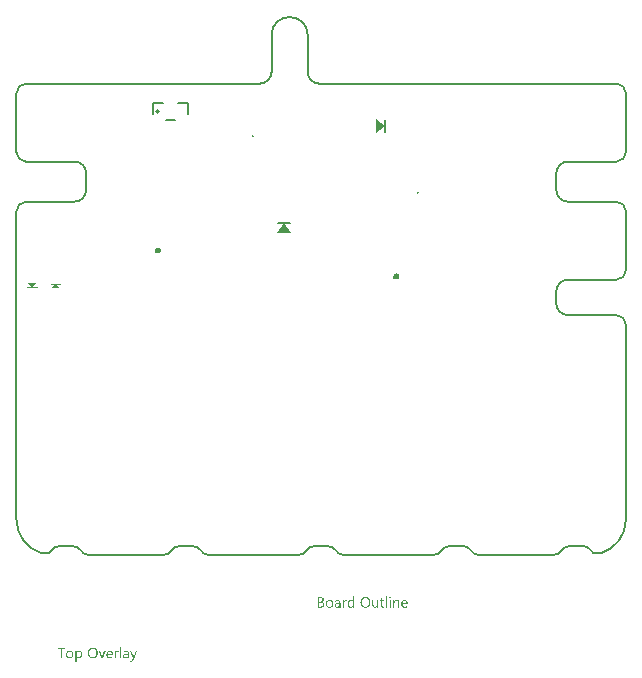
<source format=gto>
G04*
G04 #@! TF.GenerationSoftware,Altium Limited,Altium Designer,22.11.1 (43)*
G04*
G04 Layer_Color=65535*
%FSAX44Y44*%
%MOMM*%
G71*
G04*
G04 #@! TF.SameCoordinates,9ACCB5CA-CB32-4648-9133-37158E338149*
G04*
G04*
G04 #@! TF.FilePolarity,Positive*
G04*
G01*
G75*
%ADD10C,0.5000*%
%ADD11C,0.1524*%
%ADD12C,0.1500*%
%ADD13C,0.2000*%
%ADD14C,0.1000*%
G36*
X00054000Y00310000D02*
X00046000Y00304000D01*
X00046000Y00316000D01*
X00054000Y00310000D01*
X00054000Y00310000D02*
G37*
G36*
X-00056766Y00301940D02*
X-00056766Y00300815D01*
X-00058516Y00300815D01*
X-00058516Y00303690D01*
X-00056766Y00301940D01*
X-00056766Y00301940D02*
G37*
G36*
X-00025297Y00219879D02*
X-00037297Y00219879D01*
X-00031297Y00227879D01*
X-00025297Y00219879D01*
X-00025297Y00219879D02*
G37*
G36*
X-00245000Y00174000D02*
X-00249000Y00177000D01*
X-00241000Y00177000D01*
X-00245000Y00174000D01*
X-00245000Y00174000D02*
G37*
G36*
X-00221000Y00173000D02*
X-00229000Y00173000D01*
X-00225000Y00176000D01*
X-00221000Y00173000D01*
X-00221000Y00173000D02*
G37*
G36*
X00058526Y-00088369D02*
X00058597Y-00088384D01*
X00058667Y-00088408D01*
X00058746Y-00088447D01*
X00058824Y-00088494D01*
X00058903Y-00088557D01*
X00058911Y-00088565D01*
X00058934Y-00088588D01*
X00058966Y-00088628D01*
X00059005Y-00088683D01*
X00059036Y-00088753D01*
X00059068Y-00088832D01*
X00059091Y-00088926D01*
X00059099Y-00089028D01*
X00059099Y-00089044D01*
X00059099Y-00089075D01*
X00059091Y-00089122D01*
X00059075Y-00089193D01*
X00059052Y-00089263D01*
X00059013Y-00089342D01*
X00058966Y-00089420D01*
X00058903Y-00089499D01*
X00058895Y-00089507D01*
X00058871Y-00089530D01*
X00058824Y-00089562D01*
X00058769Y-00089593D01*
X00058699Y-00089624D01*
X00058620Y-00089656D01*
X00058534Y-00089679D01*
X00058432Y-00089687D01*
X00058385Y-00089687D01*
X00058338Y-00089679D01*
X00058267Y-00089664D01*
X00058197Y-00089640D01*
X00058118Y-00089609D01*
X00058039Y-00089569D01*
X00057961Y-00089507D01*
X00057953Y-00089499D01*
X00057930Y-00089475D01*
X00057898Y-00089428D01*
X00057867Y-00089373D01*
X00057835Y-00089310D01*
X00057804Y-00089224D01*
X00057780Y-00089130D01*
X00057773Y-00089028D01*
X00057773Y-00089012D01*
X00057773Y-00088981D01*
X00057780Y-00088926D01*
X00057796Y-00088863D01*
X00057820Y-00088785D01*
X00057851Y-00088706D01*
X00057898Y-00088628D01*
X00057961Y-00088557D01*
X00057969Y-00088549D01*
X00057992Y-00088526D01*
X00058039Y-00088494D01*
X00058095Y-00088455D01*
X00058165Y-00088424D01*
X00058244Y-00088392D01*
X00058330Y-00088369D01*
X00058432Y-00088361D01*
X00058479Y-00088361D01*
X00058526Y-00088369D01*
X00058526Y-00088369D02*
G37*
G36*
X00028128Y-00097677D02*
X00027108Y-00097677D01*
X00027108Y-00096602D01*
X00027085Y-00096602D01*
X00027077Y-00096617D01*
X00027053Y-00096657D01*
X00027006Y-00096712D01*
X00026951Y-00096790D01*
X00026873Y-00096884D01*
X00026786Y-00096986D01*
X00026676Y-00097096D01*
X00026543Y-00097214D01*
X00026402Y-00097332D01*
X00026237Y-00097442D01*
X00026056Y-00097544D01*
X00025860Y-00097638D01*
X00025648Y-00097716D01*
X00025413Y-00097771D01*
X00025162Y-00097810D01*
X00024895Y-00097826D01*
X00024840Y-00097826D01*
X00024777Y-00097818D01*
X00024699Y-00097810D01*
X00024597Y-00097803D01*
X00024479Y-00097779D01*
X00024346Y-00097755D01*
X00024204Y-00097716D01*
X00024055Y-00097677D01*
X00023898Y-00097614D01*
X00023741Y-00097551D01*
X00023576Y-00097465D01*
X00023419Y-00097371D01*
X00023262Y-00097253D01*
X00023113Y-00097120D01*
X00022972Y-00096971D01*
X00022964Y-00096963D01*
X00022941Y-00096931D01*
X00022909Y-00096884D01*
X00022862Y-00096814D01*
X00022807Y-00096727D01*
X00022744Y-00096625D01*
X00022682Y-00096500D01*
X00022619Y-00096358D01*
X00022548Y-00096201D01*
X00022485Y-00096029D01*
X00022423Y-00095833D01*
X00022368Y-00095629D01*
X00022321Y-00095409D01*
X00022289Y-00095166D01*
X00022266Y-00094914D01*
X00022258Y-00094648D01*
X00022258Y-00094640D01*
X00022258Y-00094632D01*
X00022258Y-00094608D01*
X00022258Y-00094577D01*
X00022266Y-00094498D01*
X00022273Y-00094389D01*
X00022281Y-00094247D01*
X00022297Y-00094098D01*
X00022321Y-00093925D01*
X00022360Y-00093737D01*
X00022399Y-00093541D01*
X00022454Y-00093329D01*
X00022517Y-00093125D01*
X00022595Y-00092905D01*
X00022682Y-00092701D01*
X00022792Y-00092497D01*
X00022909Y-00092301D01*
X00023050Y-00092112D01*
X00023058Y-00092105D01*
X00023090Y-00092073D01*
X00023137Y-00092026D01*
X00023200Y-00091963D01*
X00023278Y-00091893D01*
X00023372Y-00091806D01*
X00023490Y-00091720D01*
X00023616Y-00091634D01*
X00023765Y-00091547D01*
X00023922Y-00091461D01*
X00024094Y-00091375D01*
X00024283Y-00091304D01*
X00024487Y-00091241D01*
X00024706Y-00091194D01*
X00024934Y-00091163D01*
X00025177Y-00091155D01*
X00025232Y-00091155D01*
X00025303Y-00091163D01*
X00025389Y-00091171D01*
X00025499Y-00091186D01*
X00025625Y-00091210D01*
X00025758Y-00091241D01*
X00025907Y-00091280D01*
X00026064Y-00091335D01*
X00026221Y-00091406D01*
X00026378Y-00091492D01*
X00026535Y-00091594D01*
X00026684Y-00091712D01*
X00026834Y-00091846D01*
X00026967Y-00092010D01*
X00027085Y-00092191D01*
X00027108Y-00092191D01*
X00027108Y-00088243D01*
X00028128Y-00088243D01*
X00028128Y-00097677D01*
X00028128Y-00097677D02*
G37*
G36*
X00064232Y-00091163D02*
X00064303Y-00091163D01*
X00064389Y-00091178D01*
X00064491Y-00091194D01*
X00064601Y-00091210D01*
X00064719Y-00091241D01*
X00064844Y-00091273D01*
X00064978Y-00091320D01*
X00065111Y-00091375D01*
X00065244Y-00091445D01*
X00065370Y-00091524D01*
X00065496Y-00091610D01*
X00065613Y-00091720D01*
X00065723Y-00091838D01*
X00065731Y-00091846D01*
X00065747Y-00091869D01*
X00065778Y-00091908D01*
X00065810Y-00091963D01*
X00065849Y-00092034D01*
X00065896Y-00092120D01*
X00065951Y-00092222D01*
X00066006Y-00092332D01*
X00066053Y-00092466D01*
X00066108Y-00092607D01*
X00066155Y-00092772D01*
X00066194Y-00092944D01*
X00066226Y-00093133D01*
X00066257Y-00093337D01*
X00066273Y-00093549D01*
X00066281Y-00093784D01*
X00066281Y-00097677D01*
X00065260Y-00097677D01*
X00065260Y-00094043D01*
X00065260Y-00094035D01*
X00065260Y-00094020D01*
X00065260Y-00093996D01*
X00065260Y-00093957D01*
X00065252Y-00093910D01*
X00065252Y-00093855D01*
X00065237Y-00093729D01*
X00065213Y-00093572D01*
X00065182Y-00093400D01*
X00065135Y-00093219D01*
X00065072Y-00093031D01*
X00064993Y-00092842D01*
X00064899Y-00092662D01*
X00064781Y-00092489D01*
X00064632Y-00092332D01*
X00064468Y-00092207D01*
X00064373Y-00092152D01*
X00064264Y-00092105D01*
X00064154Y-00092065D01*
X00064036Y-00092042D01*
X00063910Y-00092026D01*
X00063777Y-00092018D01*
X00063706Y-00092018D01*
X00063651Y-00092026D01*
X00063589Y-00092034D01*
X00063510Y-00092050D01*
X00063424Y-00092065D01*
X00063337Y-00092089D01*
X00063235Y-00092120D01*
X00063133Y-00092160D01*
X00063031Y-00092207D01*
X00062921Y-00092261D01*
X00062819Y-00092332D01*
X00062709Y-00092411D01*
X00062607Y-00092497D01*
X00062513Y-00092599D01*
X00062505Y-00092607D01*
X00062490Y-00092622D01*
X00062466Y-00092654D01*
X00062435Y-00092701D01*
X00062396Y-00092756D01*
X00062356Y-00092827D01*
X00062309Y-00092905D01*
X00062262Y-00092991D01*
X00062215Y-00093094D01*
X00062168Y-00093203D01*
X00062129Y-00093321D01*
X00062089Y-00093447D01*
X00062058Y-00093588D01*
X00062035Y-00093729D01*
X00062019Y-00093886D01*
X00062011Y-00094043D01*
X00062011Y-00097677D01*
X00060991Y-00097677D01*
X00060991Y-00091304D01*
X00062011Y-00091304D01*
X00062011Y-00092364D01*
X00062035Y-00092364D01*
X00062042Y-00092348D01*
X00062066Y-00092309D01*
X00062113Y-00092254D01*
X00062168Y-00092175D01*
X00062246Y-00092081D01*
X00062333Y-00091979D01*
X00062443Y-00091869D01*
X00062568Y-00091759D01*
X00062709Y-00091649D01*
X00062866Y-00091539D01*
X00063039Y-00091437D01*
X00063220Y-00091343D01*
X00063424Y-00091265D01*
X00063643Y-00091210D01*
X00063879Y-00091171D01*
X00064130Y-00091155D01*
X00064177Y-00091155D01*
X00064232Y-00091163D01*
X00064232Y-00091163D02*
G37*
G36*
X00021112Y-00091202D02*
X00021198Y-00091202D01*
X00021292Y-00091218D01*
X00021394Y-00091233D01*
X00021497Y-00091249D01*
X00021583Y-00091280D01*
X00021583Y-00092340D01*
X00021567Y-00092332D01*
X00021536Y-00092309D01*
X00021473Y-00092277D01*
X00021387Y-00092238D01*
X00021269Y-00092199D01*
X00021143Y-00092167D01*
X00020986Y-00092144D01*
X00020806Y-00092136D01*
X00020743Y-00092136D01*
X00020696Y-00092144D01*
X00020641Y-00092152D01*
X00020578Y-00092167D01*
X00020429Y-00092214D01*
X00020343Y-00092246D01*
X00020256Y-00092285D01*
X00020162Y-00092340D01*
X00020068Y-00092395D01*
X00019982Y-00092466D01*
X00019887Y-00092552D01*
X00019801Y-00092646D01*
X00019715Y-00092756D01*
X00019707Y-00092764D01*
X00019699Y-00092787D01*
X00019676Y-00092819D01*
X00019644Y-00092866D01*
X00019613Y-00092929D01*
X00019574Y-00093007D01*
X00019534Y-00093094D01*
X00019495Y-00093195D01*
X00019456Y-00093305D01*
X00019417Y-00093431D01*
X00019377Y-00093572D01*
X00019346Y-00093721D01*
X00019315Y-00093886D01*
X00019291Y-00094059D01*
X00019283Y-00094239D01*
X00019275Y-00094436D01*
X00019275Y-00097677D01*
X00018255Y-00097677D01*
X00018255Y-00091304D01*
X00019275Y-00091304D01*
X00019275Y-00092622D01*
X00019299Y-00092622D01*
X00019299Y-00092615D01*
X00019307Y-00092591D01*
X00019322Y-00092560D01*
X00019338Y-00092513D01*
X00019362Y-00092458D01*
X00019393Y-00092387D01*
X00019464Y-00092238D01*
X00019558Y-00092065D01*
X00019676Y-00091893D01*
X00019809Y-00091728D01*
X00019966Y-00091571D01*
X00019974Y-00091563D01*
X00019990Y-00091555D01*
X00020013Y-00091539D01*
X00020045Y-00091508D01*
X00020084Y-00091484D01*
X00020139Y-00091453D01*
X00020256Y-00091383D01*
X00020405Y-00091312D01*
X00020578Y-00091249D01*
X00020766Y-00091210D01*
X00020869Y-00091202D01*
X00020971Y-00091194D01*
X00021033Y-00091194D01*
X00021112Y-00091202D01*
X00021112Y-00091202D02*
G37*
G36*
X00048449Y-00097677D02*
X00047428Y-00097677D01*
X00047428Y-00096672D01*
X00047405Y-00096672D01*
X00047397Y-00096688D01*
X00047373Y-00096720D01*
X00047334Y-00096782D01*
X00047287Y-00096853D01*
X00047216Y-00096939D01*
X00047130Y-00097034D01*
X00047036Y-00097143D01*
X00046918Y-00097245D01*
X00046792Y-00097355D01*
X00046643Y-00097457D01*
X00046486Y-00097559D01*
X00046306Y-00097646D01*
X00046110Y-00097716D01*
X00045906Y-00097779D01*
X00045678Y-00097810D01*
X00045435Y-00097826D01*
X00045380Y-00097826D01*
X00045340Y-00097818D01*
X00045286Y-00097818D01*
X00045223Y-00097810D01*
X00045152Y-00097795D01*
X00045082Y-00097787D01*
X00044909Y-00097740D01*
X00044713Y-00097685D01*
X00044509Y-00097599D01*
X00044406Y-00097544D01*
X00044297Y-00097489D01*
X00044187Y-00097418D01*
X00044085Y-00097347D01*
X00043983Y-00097261D01*
X00043881Y-00097167D01*
X00043779Y-00097057D01*
X00043684Y-00096947D01*
X00043598Y-00096821D01*
X00043512Y-00096680D01*
X00043441Y-00096531D01*
X00043370Y-00096374D01*
X00043308Y-00096201D01*
X00043253Y-00096013D01*
X00043214Y-00095809D01*
X00043182Y-00095597D01*
X00043166Y-00095362D01*
X00043159Y-00095118D01*
X00043159Y-00091304D01*
X00044171Y-00091304D01*
X00044171Y-00094954D01*
X00044171Y-00094961D01*
X00044171Y-00094977D01*
X00044171Y-00095001D01*
X00044171Y-00095040D01*
X00044179Y-00095087D01*
X00044179Y-00095142D01*
X00044195Y-00095267D01*
X00044218Y-00095424D01*
X00044250Y-00095589D01*
X00044304Y-00095778D01*
X00044367Y-00095958D01*
X00044446Y-00096147D01*
X00044548Y-00096335D01*
X00044673Y-00096500D01*
X00044823Y-00096657D01*
X00045003Y-00096782D01*
X00045097Y-00096837D01*
X00045207Y-00096884D01*
X00045325Y-00096924D01*
X00045443Y-00096947D01*
X00045576Y-00096963D01*
X00045717Y-00096971D01*
X00045788Y-00096971D01*
X00045843Y-00096963D01*
X00045906Y-00096955D01*
X00045976Y-00096939D01*
X00046063Y-00096924D01*
X00046149Y-00096900D01*
X00046243Y-00096876D01*
X00046345Y-00096837D01*
X00046447Y-00096790D01*
X00046549Y-00096735D01*
X00046651Y-00096672D01*
X00046753Y-00096602D01*
X00046847Y-00096516D01*
X00046942Y-00096421D01*
X00046950Y-00096413D01*
X00046965Y-00096398D01*
X00046989Y-00096366D01*
X00047020Y-00096319D01*
X00047052Y-00096264D01*
X00047099Y-00096201D01*
X00047138Y-00096123D01*
X00047185Y-00096037D01*
X00047232Y-00095935D01*
X00047271Y-00095825D01*
X00047318Y-00095707D01*
X00047350Y-00095582D01*
X00047381Y-00095440D01*
X00047405Y-00095299D01*
X00047420Y-00095142D01*
X00047428Y-00094977D01*
X00047428Y-00091304D01*
X00048449Y-00091304D01*
X00048449Y-00097677D01*
X00048449Y-00097677D02*
G37*
G36*
X00058926Y-00097677D02*
X00057906Y-00097677D01*
X00057906Y-00091304D01*
X00058926Y-00091304D01*
X00058926Y-00097677D01*
X00058926Y-00097677D02*
G37*
G36*
X00055842Y-00097677D02*
X00054822Y-00097677D01*
X00054822Y-00088243D01*
X00055842Y-00088243D01*
X00055842Y-00097677D01*
X00055842Y-00097677D02*
G37*
G36*
X00014182Y-00091163D02*
X00014237Y-00091163D01*
X00014291Y-00091171D01*
X00014362Y-00091178D01*
X00014441Y-00091194D01*
X00014605Y-00091226D01*
X00014802Y-00091280D01*
X00014998Y-00091351D01*
X00015210Y-00091453D01*
X00015422Y-00091579D01*
X00015524Y-00091649D01*
X00015626Y-00091736D01*
X00015720Y-00091830D01*
X00015814Y-00091924D01*
X00015900Y-00092034D01*
X00015979Y-00092160D01*
X00016057Y-00092285D01*
X00016128Y-00092426D01*
X00016183Y-00092583D01*
X00016238Y-00092748D01*
X00016277Y-00092921D01*
X00016308Y-00093117D01*
X00016324Y-00093313D01*
X00016332Y-00093533D01*
X00016332Y-00097677D01*
X00015312Y-00097677D01*
X00015312Y-00096688D01*
X00015288Y-00096688D01*
X00015280Y-00096704D01*
X00015257Y-00096735D01*
X00015218Y-00096790D01*
X00015163Y-00096869D01*
X00015092Y-00096955D01*
X00015006Y-00097049D01*
X00014912Y-00097151D01*
X00014794Y-00097253D01*
X00014660Y-00097363D01*
X00014519Y-00097465D01*
X00014354Y-00097559D01*
X00014182Y-00097646D01*
X00013985Y-00097724D01*
X00013781Y-00097779D01*
X00013562Y-00097810D01*
X00013326Y-00097826D01*
X00013232Y-00097826D01*
X00013169Y-00097818D01*
X00013091Y-00097810D01*
X00012996Y-00097803D01*
X00012894Y-00097787D01*
X00012785Y-00097763D01*
X00012541Y-00097701D01*
X00012423Y-00097661D01*
X00012298Y-00097614D01*
X00012172Y-00097559D01*
X00012055Y-00097489D01*
X00011945Y-00097410D01*
X00011835Y-00097324D01*
X00011827Y-00097316D01*
X00011811Y-00097300D01*
X00011788Y-00097269D01*
X00011748Y-00097230D01*
X00011709Y-00097183D01*
X00011670Y-00097120D01*
X00011615Y-00097049D01*
X00011568Y-00096971D01*
X00011521Y-00096876D01*
X00011474Y-00096775D01*
X00011427Y-00096665D01*
X00011387Y-00096547D01*
X00011348Y-00096421D01*
X00011325Y-00096288D01*
X00011309Y-00096139D01*
X00011301Y-00095990D01*
X00011301Y-00095982D01*
X00011301Y-00095966D01*
X00011301Y-00095942D01*
X00011309Y-00095911D01*
X00011309Y-00095872D01*
X00011317Y-00095825D01*
X00011332Y-00095707D01*
X00011364Y-00095566D01*
X00011411Y-00095409D01*
X00011474Y-00095236D01*
X00011568Y-00095056D01*
X00011678Y-00094875D01*
X00011811Y-00094695D01*
X00011898Y-00094608D01*
X00011984Y-00094522D01*
X00012086Y-00094436D01*
X00012188Y-00094357D01*
X00012306Y-00094279D01*
X00012431Y-00094208D01*
X00012565Y-00094145D01*
X00012714Y-00094082D01*
X00012871Y-00094027D01*
X00013036Y-00093980D01*
X00013216Y-00093941D01*
X00013405Y-00093910D01*
X00015312Y-00093643D01*
X00015312Y-00093635D01*
X00015312Y-00093627D01*
X00015312Y-00093604D01*
X00015312Y-00093572D01*
X00015304Y-00093494D01*
X00015288Y-00093392D01*
X00015273Y-00093266D01*
X00015241Y-00093125D01*
X00015202Y-00092984D01*
X00015147Y-00092827D01*
X00015076Y-00092677D01*
X00014990Y-00092528D01*
X00014888Y-00092395D01*
X00014762Y-00092269D01*
X00014605Y-00092167D01*
X00014433Y-00092089D01*
X00014339Y-00092057D01*
X00014229Y-00092034D01*
X00014119Y-00092026D01*
X00014001Y-00092018D01*
X00013946Y-00092018D01*
X00013891Y-00092026D01*
X00013805Y-00092034D01*
X00013703Y-00092042D01*
X00013585Y-00092057D01*
X00013452Y-00092081D01*
X00013310Y-00092112D01*
X00013153Y-00092160D01*
X00012989Y-00092207D01*
X00012816Y-00092269D01*
X00012635Y-00092348D01*
X00012455Y-00092442D01*
X00012274Y-00092544D01*
X00012094Y-00092662D01*
X00011921Y-00092803D01*
X00011921Y-00091759D01*
X00011929Y-00091751D01*
X00011960Y-00091736D01*
X00012015Y-00091704D01*
X00012086Y-00091665D01*
X00012180Y-00091618D01*
X00012282Y-00091571D01*
X00012408Y-00091516D01*
X00012549Y-00091453D01*
X00012698Y-00091398D01*
X00012863Y-00091343D01*
X00013044Y-00091296D01*
X00013232Y-00091249D01*
X00013436Y-00091210D01*
X00013640Y-00091178D01*
X00013860Y-00091163D01*
X00014087Y-00091155D01*
X00014142Y-00091155D01*
X00014182Y-00091163D01*
X00014182Y-00091163D02*
G37*
G36*
X-00000134Y-00088761D02*
X-00000040Y-00088769D01*
X00000070Y-00088785D01*
X00000195Y-00088800D01*
X00000337Y-00088824D01*
X00000478Y-00088855D01*
X00000627Y-00088895D01*
X00000784Y-00088942D01*
X00000933Y-00088996D01*
X00001090Y-00089059D01*
X00001231Y-00089138D01*
X00001373Y-00089224D01*
X00001506Y-00089326D01*
X00001514Y-00089334D01*
X00001538Y-00089350D01*
X00001569Y-00089381D01*
X00001608Y-00089428D01*
X00001663Y-00089483D01*
X00001718Y-00089554D01*
X00001781Y-00089632D01*
X00001844Y-00089719D01*
X00001906Y-00089821D01*
X00001969Y-00089930D01*
X00002024Y-00090056D01*
X00002079Y-00090182D01*
X00002118Y-00090323D01*
X00002150Y-00090472D01*
X00002173Y-00090629D01*
X00002181Y-00090794D01*
X00002181Y-00090802D01*
X00002181Y-00090825D01*
X00002181Y-00090864D01*
X00002173Y-00090919D01*
X00002165Y-00090990D01*
X00002157Y-00091061D01*
X00002150Y-00091147D01*
X00002134Y-00091241D01*
X00002079Y-00091453D01*
X00002008Y-00091673D01*
X00001961Y-00091791D01*
X00001906Y-00091901D01*
X00001844Y-00092010D01*
X00001773Y-00092120D01*
X00001765Y-00092128D01*
X00001757Y-00092144D01*
X00001734Y-00092175D01*
X00001694Y-00092214D01*
X00001655Y-00092254D01*
X00001608Y-00092309D01*
X00001545Y-00092364D01*
X00001482Y-00092426D01*
X00001404Y-00092489D01*
X00001318Y-00092560D01*
X00001223Y-00092622D01*
X00001121Y-00092693D01*
X00001012Y-00092756D01*
X00000902Y-00092811D01*
X00000643Y-00092913D01*
X00000643Y-00092936D01*
X00000651Y-00092936D01*
X00000682Y-00092944D01*
X00000729Y-00092952D01*
X00000792Y-00092960D01*
X00000870Y-00092976D01*
X00000957Y-00092999D01*
X00001059Y-00093031D01*
X00001161Y-00093062D01*
X00001388Y-00093148D01*
X00001514Y-00093203D01*
X00001632Y-00093274D01*
X00001749Y-00093345D01*
X00001867Y-00093423D01*
X00001985Y-00093517D01*
X00002087Y-00093619D01*
X00002095Y-00093627D01*
X00002110Y-00093643D01*
X00002134Y-00093674D01*
X00002173Y-00093721D01*
X00002212Y-00093784D01*
X00002260Y-00093847D01*
X00002307Y-00093933D01*
X00002362Y-00094020D01*
X00002409Y-00094122D01*
X00002456Y-00094239D01*
X00002503Y-00094357D01*
X00002542Y-00094490D01*
X00002581Y-00094640D01*
X00002605Y-00094789D01*
X00002621Y-00094946D01*
X00002628Y-00095118D01*
X00002628Y-00095134D01*
X00002628Y-00095166D01*
X00002621Y-00095228D01*
X00002613Y-00095307D01*
X00002605Y-00095409D01*
X00002581Y-00095519D01*
X00002558Y-00095644D01*
X00002526Y-00095778D01*
X00002479Y-00095927D01*
X00002424Y-00096076D01*
X00002362Y-00096225D01*
X00002283Y-00096382D01*
X00002189Y-00096539D01*
X00002079Y-00096688D01*
X00001953Y-00096829D01*
X00001804Y-00096971D01*
X00001796Y-00096979D01*
X00001765Y-00097002D01*
X00001718Y-00097034D01*
X00001655Y-00097081D01*
X00001577Y-00097135D01*
X00001475Y-00097190D01*
X00001365Y-00097261D01*
X00001239Y-00097324D01*
X00001090Y-00097387D01*
X00000933Y-00097449D01*
X00000768Y-00097512D01*
X00000580Y-00097567D01*
X00000384Y-00097614D01*
X00000180Y-00097646D01*
X-00000040Y-00097669D01*
X-00000268Y-00097677D01*
X-00002866Y-00097677D01*
X-00002866Y-00088753D01*
X-00000221Y-00088753D01*
X-00000134Y-00088761D01*
X-00000134Y-00088761D02*
G37*
G36*
X00051855Y-00091304D02*
X00053464Y-00091304D01*
X00053464Y-00092183D01*
X00051855Y-00092183D01*
X00051855Y-00095770D01*
X00051855Y-00095778D01*
X00051855Y-00095801D01*
X00051855Y-00095833D01*
X00051855Y-00095872D01*
X00051863Y-00095927D01*
X00051870Y-00095990D01*
X00051886Y-00096123D01*
X00051910Y-00096280D01*
X00051949Y-00096429D01*
X00052004Y-00096570D01*
X00052035Y-00096633D01*
X00052075Y-00096688D01*
X00052082Y-00096696D01*
X00052114Y-00096727D01*
X00052169Y-00096775D01*
X00052247Y-00096821D01*
X00052349Y-00096876D01*
X00052475Y-00096916D01*
X00052624Y-00096947D01*
X00052797Y-00096963D01*
X00052860Y-00096963D01*
X00052930Y-00096955D01*
X00053024Y-00096939D01*
X00053126Y-00096908D01*
X00053244Y-00096876D01*
X00053354Y-00096821D01*
X00053464Y-00096751D01*
X00053464Y-00097622D01*
X00053456Y-00097622D01*
X00053448Y-00097630D01*
X00053425Y-00097638D01*
X00053401Y-00097654D01*
X00053315Y-00097685D01*
X00053213Y-00097716D01*
X00053071Y-00097748D01*
X00052906Y-00097779D01*
X00052718Y-00097803D01*
X00052506Y-00097810D01*
X00052436Y-00097810D01*
X00052349Y-00097795D01*
X00052247Y-00097779D01*
X00052122Y-00097755D01*
X00051980Y-00097708D01*
X00051823Y-00097654D01*
X00051674Y-00097575D01*
X00051517Y-00097481D01*
X00051360Y-00097355D01*
X00051219Y-00097206D01*
X00051156Y-00097120D01*
X00051094Y-00097026D01*
X00051039Y-00096924D01*
X00050992Y-00096814D01*
X00050944Y-00096696D01*
X00050905Y-00096562D01*
X00050874Y-00096429D01*
X00050850Y-00096280D01*
X00050842Y-00096123D01*
X00050834Y-00095950D01*
X00050834Y-00092183D01*
X00049744Y-00092183D01*
X00049744Y-00091304D01*
X00050834Y-00091304D01*
X00050834Y-00089750D01*
X00051855Y-00089420D01*
X00051855Y-00091304D01*
X00051855Y-00091304D02*
G37*
G36*
X00070825Y-00091163D02*
X00070911Y-00091171D01*
X00071021Y-00091178D01*
X00071139Y-00091194D01*
X00071272Y-00091226D01*
X00071413Y-00091257D01*
X00071571Y-00091296D01*
X00071727Y-00091351D01*
X00071884Y-00091422D01*
X00072049Y-00091500D01*
X00072206Y-00091594D01*
X00072355Y-00091704D01*
X00072505Y-00091830D01*
X00072638Y-00091971D01*
X00072646Y-00091979D01*
X00072669Y-00092010D01*
X00072701Y-00092057D01*
X00072748Y-00092120D01*
X00072795Y-00092199D01*
X00072858Y-00092301D01*
X00072920Y-00092418D01*
X00072983Y-00092552D01*
X00073046Y-00092709D01*
X00073109Y-00092874D01*
X00073172Y-00093062D01*
X00073219Y-00093258D01*
X00073266Y-00093478D01*
X00073297Y-00093706D01*
X00073321Y-00093957D01*
X00073329Y-00094216D01*
X00073329Y-00094749D01*
X00068823Y-00094749D01*
X00068823Y-00094765D01*
X00068823Y-00094797D01*
X00068831Y-00094852D01*
X00068839Y-00094922D01*
X00068847Y-00095016D01*
X00068863Y-00095118D01*
X00068878Y-00095228D01*
X00068910Y-00095354D01*
X00068980Y-00095621D01*
X00069028Y-00095754D01*
X00069082Y-00095895D01*
X00069145Y-00096029D01*
X00069216Y-00096162D01*
X00069302Y-00096280D01*
X00069397Y-00096398D01*
X00069404Y-00096406D01*
X00069420Y-00096421D01*
X00069451Y-00096453D01*
X00069499Y-00096484D01*
X00069553Y-00096531D01*
X00069624Y-00096578D01*
X00069703Y-00096633D01*
X00069789Y-00096680D01*
X00069891Y-00096735D01*
X00070009Y-00096790D01*
X00070126Y-00096837D01*
X00070268Y-00096884D01*
X00070409Y-00096916D01*
X00070566Y-00096947D01*
X00070731Y-00096963D01*
X00070903Y-00096971D01*
X00070950Y-00096971D01*
X00071005Y-00096963D01*
X00071084Y-00096963D01*
X00071178Y-00096947D01*
X00071288Y-00096931D01*
X00071413Y-00096908D01*
X00071555Y-00096884D01*
X00071704Y-00096845D01*
X00071861Y-00096798D01*
X00072026Y-00096743D01*
X00072191Y-00096672D01*
X00072363Y-00096594D01*
X00072536Y-00096500D01*
X00072709Y-00096390D01*
X00072881Y-00096264D01*
X00072881Y-00097222D01*
X00072873Y-00097230D01*
X00072842Y-00097245D01*
X00072795Y-00097277D01*
X00072732Y-00097316D01*
X00072646Y-00097363D01*
X00072544Y-00097410D01*
X00072426Y-00097465D01*
X00072293Y-00097520D01*
X00072136Y-00097583D01*
X00071971Y-00097638D01*
X00071790Y-00097685D01*
X00071594Y-00097732D01*
X00071382Y-00097771D01*
X00071154Y-00097803D01*
X00070911Y-00097818D01*
X00070660Y-00097826D01*
X00070597Y-00097826D01*
X00070535Y-00097818D01*
X00070440Y-00097810D01*
X00070323Y-00097803D01*
X00070189Y-00097779D01*
X00070048Y-00097755D01*
X00069891Y-00097716D01*
X00069726Y-00097669D01*
X00069553Y-00097614D01*
X00069373Y-00097544D01*
X00069200Y-00097465D01*
X00069020Y-00097363D01*
X00068855Y-00097245D01*
X00068690Y-00097112D01*
X00068541Y-00096963D01*
X00068533Y-00096955D01*
X00068510Y-00096924D01*
X00068470Y-00096869D01*
X00068423Y-00096798D01*
X00068360Y-00096712D01*
X00068298Y-00096602D01*
X00068227Y-00096476D01*
X00068156Y-00096327D01*
X00068086Y-00096170D01*
X00068015Y-00095982D01*
X00067952Y-00095786D01*
X00067889Y-00095566D01*
X00067842Y-00095330D01*
X00067803Y-00095079D01*
X00067780Y-00094804D01*
X00067772Y-00094522D01*
X00067772Y-00094514D01*
X00067772Y-00094506D01*
X00067772Y-00094483D01*
X00067772Y-00094459D01*
X00067780Y-00094381D01*
X00067787Y-00094271D01*
X00067795Y-00094145D01*
X00067819Y-00094004D01*
X00067842Y-00093839D01*
X00067874Y-00093659D01*
X00067921Y-00093470D01*
X00067976Y-00093274D01*
X00068046Y-00093070D01*
X00068125Y-00092866D01*
X00068219Y-00092670D01*
X00068337Y-00092466D01*
X00068463Y-00092277D01*
X00068612Y-00092097D01*
X00068619Y-00092089D01*
X00068651Y-00092057D01*
X00068698Y-00092010D01*
X00068761Y-00091948D01*
X00068847Y-00091877D01*
X00068949Y-00091798D01*
X00069059Y-00091712D01*
X00069192Y-00091626D01*
X00069334Y-00091539D01*
X00069499Y-00091453D01*
X00069671Y-00091375D01*
X00069852Y-00091304D01*
X00070048Y-00091241D01*
X00070260Y-00091194D01*
X00070480Y-00091163D01*
X00070707Y-00091155D01*
X00070762Y-00091155D01*
X00070825Y-00091163D01*
X00070825Y-00091163D02*
G37*
G36*
X00037696Y-00088612D02*
X00037751Y-00088612D01*
X00037806Y-00088620D01*
X00037877Y-00088620D01*
X00038033Y-00088643D01*
X00038214Y-00088667D01*
X00038418Y-00088706D01*
X00038638Y-00088761D01*
X00038865Y-00088824D01*
X00039109Y-00088910D01*
X00039352Y-00089012D01*
X00039603Y-00089130D01*
X00039854Y-00089271D01*
X00040090Y-00089436D01*
X00040325Y-00089632D01*
X00040545Y-00089852D01*
X00040561Y-00089868D01*
X00040592Y-00089907D01*
X00040647Y-00089978D01*
X00040725Y-00090080D01*
X00040804Y-00090205D01*
X00040906Y-00090354D01*
X00041008Y-00090527D01*
X00041110Y-00090723D01*
X00041212Y-00090951D01*
X00041314Y-00091194D01*
X00041416Y-00091461D01*
X00041502Y-00091751D01*
X00041573Y-00092065D01*
X00041628Y-00092395D01*
X00041659Y-00092740D01*
X00041675Y-00093109D01*
X00041675Y-00093117D01*
X00041675Y-00093133D01*
X00041675Y-00093164D01*
X00041675Y-00093203D01*
X00041667Y-00093258D01*
X00041667Y-00093321D01*
X00041659Y-00093392D01*
X00041659Y-00093470D01*
X00041652Y-00093556D01*
X00041644Y-00093651D01*
X00041612Y-00093863D01*
X00041581Y-00094106D01*
X00041534Y-00094357D01*
X00041471Y-00094632D01*
X00041393Y-00094914D01*
X00041298Y-00095197D01*
X00041189Y-00095487D01*
X00041055Y-00095770D01*
X00040898Y-00096052D01*
X00040718Y-00096311D01*
X00040514Y-00096562D01*
X00040498Y-00096578D01*
X00040459Y-00096617D01*
X00040396Y-00096680D01*
X00040302Y-00096759D01*
X00040184Y-00096853D01*
X00040043Y-00096963D01*
X00039886Y-00097073D01*
X00039697Y-00097190D01*
X00039485Y-00097308D01*
X00039250Y-00097426D01*
X00038999Y-00097536D01*
X00038724Y-00097630D01*
X00038426Y-00097708D01*
X00038112Y-00097771D01*
X00037774Y-00097810D01*
X00037421Y-00097826D01*
X00037335Y-00097826D01*
X00037296Y-00097818D01*
X00037241Y-00097818D01*
X00037178Y-00097810D01*
X00037107Y-00097803D01*
X00036943Y-00097787D01*
X00036762Y-00097763D01*
X00036550Y-00097724D01*
X00036330Y-00097669D01*
X00036087Y-00097606D01*
X00035844Y-00097520D01*
X00035593Y-00097418D01*
X00035333Y-00097300D01*
X00035082Y-00097159D01*
X00034839Y-00096986D01*
X00034596Y-00096798D01*
X00034376Y-00096578D01*
X00034360Y-00096562D01*
X00034329Y-00096523D01*
X00034274Y-00096453D01*
X00034195Y-00096351D01*
X00034109Y-00096225D01*
X00034015Y-00096076D01*
X00033913Y-00095903D01*
X00033811Y-00095699D01*
X00033701Y-00095479D01*
X00033599Y-00095236D01*
X00033505Y-00094969D01*
X00033419Y-00094679D01*
X00033340Y-00094365D01*
X00033285Y-00094035D01*
X00033254Y-00093690D01*
X00033238Y-00093321D01*
X00033238Y-00093313D01*
X00033238Y-00093298D01*
X00033238Y-00093266D01*
X00033238Y-00093227D01*
X00033246Y-00093172D01*
X00033246Y-00093117D01*
X00033254Y-00093046D01*
X00033254Y-00092968D01*
X00033261Y-00092882D01*
X00033277Y-00092780D01*
X00033301Y-00092576D01*
X00033332Y-00092340D01*
X00033387Y-00092089D01*
X00033442Y-00091814D01*
X00033521Y-00091539D01*
X00033615Y-00091257D01*
X00033725Y-00090967D01*
X00033858Y-00090684D01*
X00034015Y-00090409D01*
X00034195Y-00090142D01*
X00034400Y-00089891D01*
X00034415Y-00089875D01*
X00034455Y-00089836D01*
X00034517Y-00089774D01*
X00034611Y-00089687D01*
X00034729Y-00089593D01*
X00034878Y-00089483D01*
X00035043Y-00089365D01*
X00035231Y-00089248D01*
X00035451Y-00089130D01*
X00035687Y-00089012D01*
X00035946Y-00088902D01*
X00036228Y-00088808D01*
X00036534Y-00088722D01*
X00036856Y-00088659D01*
X00037201Y-00088620D01*
X00037570Y-00088604D01*
X00037649Y-00088604D01*
X00037696Y-00088612D01*
X00037696Y-00088612D02*
G37*
G36*
X00007251Y-00091163D02*
X00007353Y-00091171D01*
X00007471Y-00091178D01*
X00007612Y-00091202D01*
X00007761Y-00091226D01*
X00007926Y-00091265D01*
X00008107Y-00091312D01*
X00008287Y-00091367D01*
X00008468Y-00091437D01*
X00008656Y-00091524D01*
X00008837Y-00091626D01*
X00009017Y-00091743D01*
X00009182Y-00091877D01*
X00009339Y-00092034D01*
X00009347Y-00092042D01*
X00009370Y-00092073D01*
X00009410Y-00092128D01*
X00009464Y-00092199D01*
X00009527Y-00092285D01*
X00009590Y-00092395D01*
X00009669Y-00092521D01*
X00009739Y-00092670D01*
X00009818Y-00092835D01*
X00009888Y-00093015D01*
X00009951Y-00093211D01*
X00010014Y-00093431D01*
X00010069Y-00093666D01*
X00010108Y-00093918D01*
X00010132Y-00094184D01*
X00010139Y-00094467D01*
X00010139Y-00094475D01*
X00010139Y-00094483D01*
X00010139Y-00094506D01*
X00010139Y-00094538D01*
X00010132Y-00094616D01*
X00010124Y-00094718D01*
X00010116Y-00094852D01*
X00010092Y-00095001D01*
X00010069Y-00095166D01*
X00010030Y-00095346D01*
X00009983Y-00095534D01*
X00009928Y-00095738D01*
X00009857Y-00095942D01*
X00009779Y-00096147D01*
X00009676Y-00096351D01*
X00009559Y-00096547D01*
X00009425Y-00096735D01*
X00009276Y-00096916D01*
X00009268Y-00096924D01*
X00009237Y-00096955D01*
X00009190Y-00097002D01*
X00009119Y-00097057D01*
X00009033Y-00097128D01*
X00008931Y-00097206D01*
X00008805Y-00097285D01*
X00008664Y-00097371D01*
X00008507Y-00097457D01*
X00008334Y-00097536D01*
X00008146Y-00097614D01*
X00007942Y-00097685D01*
X00007714Y-00097740D01*
X00007479Y-00097787D01*
X00007236Y-00097818D01*
X00006969Y-00097826D01*
X00006906Y-00097826D01*
X00006835Y-00097818D01*
X00006733Y-00097810D01*
X00006615Y-00097803D01*
X00006474Y-00097779D01*
X00006325Y-00097755D01*
X00006160Y-00097716D01*
X00005980Y-00097669D01*
X00005799Y-00097606D01*
X00005611Y-00097536D01*
X00005422Y-00097449D01*
X00005234Y-00097347D01*
X00005046Y-00097230D01*
X00004873Y-00097096D01*
X00004708Y-00096939D01*
X00004700Y-00096931D01*
X00004669Y-00096900D01*
X00004630Y-00096845D01*
X00004575Y-00096775D01*
X00004512Y-00096688D01*
X00004441Y-00096578D01*
X00004371Y-00096453D01*
X00004292Y-00096304D01*
X00004214Y-00096147D01*
X00004135Y-00095966D01*
X00004065Y-00095770D01*
X00004002Y-00095558D01*
X00003947Y-00095338D01*
X00003908Y-00095095D01*
X00003876Y-00094836D01*
X00003868Y-00094569D01*
X00003868Y-00094561D01*
X00003868Y-00094553D01*
X00003868Y-00094530D01*
X00003868Y-00094498D01*
X00003876Y-00094412D01*
X00003884Y-00094302D01*
X00003892Y-00094169D01*
X00003916Y-00094012D01*
X00003939Y-00093839D01*
X00003978Y-00093651D01*
X00004026Y-00093455D01*
X00004080Y-00093250D01*
X00004151Y-00093039D01*
X00004237Y-00092827D01*
X00004339Y-00092622D01*
X00004449Y-00092426D01*
X00004583Y-00092238D01*
X00004740Y-00092057D01*
X00004748Y-00092050D01*
X00004779Y-00092018D01*
X00004834Y-00091971D01*
X00004904Y-00091916D01*
X00004991Y-00091846D01*
X00005101Y-00091775D01*
X00005226Y-00091689D01*
X00005368Y-00091602D01*
X00005525Y-00091524D01*
X00005705Y-00091437D01*
X00005901Y-00091367D01*
X00006113Y-00091296D01*
X00006341Y-00091241D01*
X00006584Y-00091194D01*
X00006843Y-00091163D01*
X00007118Y-00091155D01*
X00007181Y-00091155D01*
X00007251Y-00091163D01*
X00007251Y-00091163D02*
G37*
G36*
X-00204820Y-00134064D02*
X-00204734Y-00134072D01*
X-00204632Y-00134079D01*
X-00204514Y-00134103D01*
X-00204381Y-00134127D01*
X-00204232Y-00134166D01*
X-00204083Y-00134213D01*
X-00203926Y-00134268D01*
X-00203769Y-00134338D01*
X-00203604Y-00134417D01*
X-00203447Y-00134519D01*
X-00203298Y-00134637D01*
X-00203149Y-00134770D01*
X-00203015Y-00134919D01*
X-00203008Y-00134927D01*
X-00202984Y-00134958D01*
X-00202953Y-00135006D01*
X-00202906Y-00135076D01*
X-00202858Y-00135162D01*
X-00202796Y-00135265D01*
X-00202733Y-00135390D01*
X-00202670Y-00135524D01*
X-00202607Y-00135681D01*
X-00202544Y-00135853D01*
X-00202482Y-00136041D01*
X-00202435Y-00136246D01*
X-00202388Y-00136465D01*
X-00202356Y-00136701D01*
X-00202332Y-00136952D01*
X-00202325Y-00137211D01*
X-00202325Y-00137219D01*
X-00202325Y-00137227D01*
X-00202325Y-00137250D01*
X-00202325Y-00137282D01*
X-00202332Y-00137368D01*
X-00202340Y-00137478D01*
X-00202348Y-00137611D01*
X-00202364Y-00137768D01*
X-00202388Y-00137941D01*
X-00202419Y-00138129D01*
X-00202466Y-00138326D01*
X-00202513Y-00138537D01*
X-00202576Y-00138749D01*
X-00202654Y-00138961D01*
X-00202741Y-00139173D01*
X-00202843Y-00139385D01*
X-00202968Y-00139581D01*
X-00203102Y-00139770D01*
X-00203109Y-00139777D01*
X-00203141Y-00139809D01*
X-00203180Y-00139856D01*
X-00203243Y-00139919D01*
X-00203321Y-00139989D01*
X-00203416Y-00140076D01*
X-00203533Y-00140162D01*
X-00203659Y-00140248D01*
X-00203800Y-00140335D01*
X-00203965Y-00140421D01*
X-00204138Y-00140507D01*
X-00204326Y-00140578D01*
X-00204530Y-00140641D01*
X-00204750Y-00140688D01*
X-00204985Y-00140719D01*
X-00205229Y-00140727D01*
X-00205284Y-00140727D01*
X-00205346Y-00140719D01*
X-00205433Y-00140711D01*
X-00205535Y-00140696D01*
X-00205653Y-00140672D01*
X-00205786Y-00140641D01*
X-00205935Y-00140594D01*
X-00206084Y-00140539D01*
X-00206241Y-00140468D01*
X-00206398Y-00140382D01*
X-00206563Y-00140280D01*
X-00206720Y-00140154D01*
X-00206869Y-00140013D01*
X-00207010Y-00139848D01*
X-00207144Y-00139660D01*
X-00207167Y-00139660D01*
X-00207167Y-00143506D01*
X-00208188Y-00143506D01*
X-00208188Y-00134205D01*
X-00207167Y-00134205D01*
X-00207167Y-00135327D01*
X-00207144Y-00135327D01*
X-00207136Y-00135312D01*
X-00207104Y-00135272D01*
X-00207065Y-00135210D01*
X-00207002Y-00135131D01*
X-00206924Y-00135029D01*
X-00206830Y-00134927D01*
X-00206712Y-00134809D01*
X-00206586Y-00134692D01*
X-00206437Y-00134574D01*
X-00206273Y-00134456D01*
X-00206092Y-00134354D01*
X-00205896Y-00134252D01*
X-00205684Y-00134174D01*
X-00205448Y-00134111D01*
X-00205205Y-00134072D01*
X-00204938Y-00134056D01*
X-00204883Y-00134056D01*
X-00204820Y-00134064D01*
X-00204820Y-00134064D02*
G37*
G36*
X-00171966Y-00134103D02*
X-00171880Y-00134103D01*
X-00171786Y-00134119D01*
X-00171684Y-00134134D01*
X-00171582Y-00134150D01*
X-00171495Y-00134181D01*
X-00171495Y-00135241D01*
X-00171511Y-00135233D01*
X-00171542Y-00135210D01*
X-00171605Y-00135178D01*
X-00171692Y-00135139D01*
X-00171809Y-00135100D01*
X-00171935Y-00135068D01*
X-00172092Y-00135045D01*
X-00172272Y-00135037D01*
X-00172335Y-00135037D01*
X-00172382Y-00135045D01*
X-00172437Y-00135053D01*
X-00172500Y-00135068D01*
X-00172649Y-00135115D01*
X-00172735Y-00135147D01*
X-00172822Y-00135186D01*
X-00172916Y-00135241D01*
X-00173010Y-00135296D01*
X-00173097Y-00135367D01*
X-00173191Y-00135453D01*
X-00173277Y-00135547D01*
X-00173363Y-00135657D01*
X-00173371Y-00135665D01*
X-00173379Y-00135688D01*
X-00173403Y-00135720D01*
X-00173434Y-00135767D01*
X-00173465Y-00135830D01*
X-00173505Y-00135908D01*
X-00173544Y-00135994D01*
X-00173583Y-00136096D01*
X-00173622Y-00136206D01*
X-00173662Y-00136332D01*
X-00173701Y-00136473D01*
X-00173732Y-00136622D01*
X-00173764Y-00136787D01*
X-00173787Y-00136960D01*
X-00173795Y-00137140D01*
X-00173803Y-00137337D01*
X-00173803Y-00140578D01*
X-00174823Y-00140578D01*
X-00174823Y-00134205D01*
X-00173803Y-00134205D01*
X-00173803Y-00135524D01*
X-00173779Y-00135524D01*
X-00173779Y-00135516D01*
X-00173771Y-00135492D01*
X-00173756Y-00135461D01*
X-00173740Y-00135414D01*
X-00173717Y-00135359D01*
X-00173685Y-00135288D01*
X-00173615Y-00135139D01*
X-00173520Y-00134966D01*
X-00173403Y-00134794D01*
X-00173269Y-00134629D01*
X-00173112Y-00134472D01*
X-00173104Y-00134464D01*
X-00173089Y-00134456D01*
X-00173065Y-00134440D01*
X-00173034Y-00134409D01*
X-00172994Y-00134385D01*
X-00172939Y-00134354D01*
X-00172822Y-00134283D01*
X-00172673Y-00134213D01*
X-00172500Y-00134150D01*
X-00172312Y-00134111D01*
X-00172210Y-00134103D01*
X-00172108Y-00134095D01*
X-00172045Y-00134095D01*
X-00171966Y-00134103D01*
X-00171966Y-00134103D02*
G37*
G36*
X-00158679Y-00141598D02*
X-00158679Y-00141606D01*
X-00158686Y-00141622D01*
X-00158702Y-00141645D01*
X-00158718Y-00141685D01*
X-00158734Y-00141732D01*
X-00158757Y-00141779D01*
X-00158820Y-00141904D01*
X-00158906Y-00142054D01*
X-00159000Y-00142226D01*
X-00159118Y-00142399D01*
X-00159251Y-00142587D01*
X-00159401Y-00142768D01*
X-00159565Y-00142948D01*
X-00159746Y-00143121D01*
X-00159942Y-00143270D01*
X-00160154Y-00143396D01*
X-00160264Y-00143443D01*
X-00160382Y-00143490D01*
X-00160499Y-00143529D01*
X-00160625Y-00143553D01*
X-00160751Y-00143568D01*
X-00160884Y-00143576D01*
X-00160947Y-00143576D01*
X-00161025Y-00143568D01*
X-00161119Y-00143568D01*
X-00161222Y-00143553D01*
X-00161331Y-00143537D01*
X-00161449Y-00143521D01*
X-00161551Y-00143490D01*
X-00161551Y-00142579D01*
X-00161535Y-00142587D01*
X-00161496Y-00142595D01*
X-00161434Y-00142611D01*
X-00161355Y-00142634D01*
X-00161261Y-00142658D01*
X-00161159Y-00142674D01*
X-00161049Y-00142682D01*
X-00160947Y-00142689D01*
X-00160916Y-00142689D01*
X-00160876Y-00142682D01*
X-00160821Y-00142674D01*
X-00160758Y-00142658D01*
X-00160680Y-00142642D01*
X-00160602Y-00142611D01*
X-00160507Y-00142572D01*
X-00160421Y-00142524D01*
X-00160319Y-00142462D01*
X-00160225Y-00142391D01*
X-00160131Y-00142305D01*
X-00160036Y-00142195D01*
X-00159942Y-00142077D01*
X-00159864Y-00141936D01*
X-00159785Y-00141771D01*
X-00159275Y-00140570D01*
X-00161763Y-00134205D01*
X-00160633Y-00134205D01*
X-00158906Y-00139110D01*
X-00158906Y-00139118D01*
X-00158898Y-00139134D01*
X-00158890Y-00139157D01*
X-00158875Y-00139205D01*
X-00158859Y-00139267D01*
X-00158843Y-00139354D01*
X-00158812Y-00139464D01*
X-00158781Y-00139597D01*
X-00158741Y-00139597D01*
X-00158741Y-00139589D01*
X-00158734Y-00139566D01*
X-00158726Y-00139534D01*
X-00158710Y-00139479D01*
X-00158694Y-00139416D01*
X-00158679Y-00139338D01*
X-00158647Y-00139236D01*
X-00158616Y-00139126D01*
X-00156803Y-00134205D01*
X-00155751Y-00134205D01*
X-00158679Y-00141598D01*
X-00158679Y-00141598D02*
G37*
G36*
X-00185121Y-00140578D02*
X-00186125Y-00140578D01*
X-00188535Y-00134205D01*
X-00187420Y-00134205D01*
X-00185795Y-00138836D01*
X-00185795Y-00138843D01*
X-00185788Y-00138859D01*
X-00185780Y-00138883D01*
X-00185764Y-00138922D01*
X-00185748Y-00138969D01*
X-00185733Y-00139016D01*
X-00185701Y-00139142D01*
X-00185662Y-00139275D01*
X-00185623Y-00139424D01*
X-00185599Y-00139581D01*
X-00185576Y-00139730D01*
X-00185552Y-00139730D01*
X-00185552Y-00139722D01*
X-00185552Y-00139707D01*
X-00185544Y-00139683D01*
X-00185536Y-00139652D01*
X-00185536Y-00139605D01*
X-00185521Y-00139558D01*
X-00185505Y-00139440D01*
X-00185474Y-00139307D01*
X-00185442Y-00139165D01*
X-00185395Y-00139016D01*
X-00185348Y-00138867D01*
X-00183661Y-00134205D01*
X-00182585Y-00134205D01*
X-00185121Y-00140578D01*
X-00185121Y-00140578D02*
G37*
G36*
X-00164895Y-00134064D02*
X-00164840Y-00134064D01*
X-00164785Y-00134072D01*
X-00164714Y-00134079D01*
X-00164636Y-00134095D01*
X-00164471Y-00134127D01*
X-00164275Y-00134181D01*
X-00164078Y-00134252D01*
X-00163867Y-00134354D01*
X-00163655Y-00134480D01*
X-00163553Y-00134550D01*
X-00163451Y-00134637D01*
X-00163356Y-00134731D01*
X-00163262Y-00134825D01*
X-00163176Y-00134935D01*
X-00163097Y-00135061D01*
X-00163019Y-00135186D01*
X-00162948Y-00135327D01*
X-00162893Y-00135484D01*
X-00162838Y-00135649D01*
X-00162799Y-00135822D01*
X-00162768Y-00136018D01*
X-00162752Y-00136214D01*
X-00162744Y-00136434D01*
X-00162744Y-00140578D01*
X-00163764Y-00140578D01*
X-00163764Y-00139589D01*
X-00163788Y-00139589D01*
X-00163796Y-00139605D01*
X-00163819Y-00139636D01*
X-00163859Y-00139691D01*
X-00163914Y-00139770D01*
X-00163984Y-00139856D01*
X-00164071Y-00139950D01*
X-00164165Y-00140052D01*
X-00164282Y-00140154D01*
X-00164416Y-00140264D01*
X-00164557Y-00140366D01*
X-00164722Y-00140460D01*
X-00164895Y-00140547D01*
X-00165091Y-00140625D01*
X-00165295Y-00140680D01*
X-00165515Y-00140711D01*
X-00165750Y-00140727D01*
X-00165844Y-00140727D01*
X-00165907Y-00140719D01*
X-00165986Y-00140711D01*
X-00166080Y-00140704D01*
X-00166182Y-00140688D01*
X-00166292Y-00140664D01*
X-00166535Y-00140602D01*
X-00166653Y-00140562D01*
X-00166778Y-00140515D01*
X-00166904Y-00140460D01*
X-00167022Y-00140390D01*
X-00167132Y-00140311D01*
X-00167241Y-00140225D01*
X-00167249Y-00140217D01*
X-00167265Y-00140201D01*
X-00167288Y-00140170D01*
X-00167328Y-00140131D01*
X-00167367Y-00140084D01*
X-00167406Y-00140021D01*
X-00167461Y-00139950D01*
X-00167508Y-00139872D01*
X-00167555Y-00139777D01*
X-00167603Y-00139675D01*
X-00167650Y-00139566D01*
X-00167689Y-00139448D01*
X-00167728Y-00139322D01*
X-00167752Y-00139189D01*
X-00167767Y-00139040D01*
X-00167775Y-00138891D01*
X-00167775Y-00138883D01*
X-00167775Y-00138867D01*
X-00167775Y-00138843D01*
X-00167767Y-00138812D01*
X-00167767Y-00138773D01*
X-00167759Y-00138726D01*
X-00167744Y-00138608D01*
X-00167712Y-00138467D01*
X-00167665Y-00138310D01*
X-00167603Y-00138137D01*
X-00167508Y-00137957D01*
X-00167398Y-00137776D01*
X-00167265Y-00137596D01*
X-00167179Y-00137509D01*
X-00167092Y-00137423D01*
X-00166990Y-00137337D01*
X-00166888Y-00137258D01*
X-00166770Y-00137180D01*
X-00166645Y-00137109D01*
X-00166511Y-00137046D01*
X-00166362Y-00136983D01*
X-00166205Y-00136928D01*
X-00166041Y-00136881D01*
X-00165860Y-00136842D01*
X-00165672Y-00136811D01*
X-00163764Y-00136544D01*
X-00163764Y-00136536D01*
X-00163764Y-00136528D01*
X-00163764Y-00136505D01*
X-00163764Y-00136473D01*
X-00163772Y-00136395D01*
X-00163788Y-00136293D01*
X-00163804Y-00136167D01*
X-00163835Y-00136026D01*
X-00163874Y-00135885D01*
X-00163929Y-00135728D01*
X-00164000Y-00135578D01*
X-00164086Y-00135429D01*
X-00164188Y-00135296D01*
X-00164314Y-00135170D01*
X-00164471Y-00135068D01*
X-00164643Y-00134990D01*
X-00164738Y-00134958D01*
X-00164848Y-00134935D01*
X-00164958Y-00134927D01*
X-00165075Y-00134919D01*
X-00165130Y-00134919D01*
X-00165185Y-00134927D01*
X-00165271Y-00134935D01*
X-00165373Y-00134943D01*
X-00165491Y-00134958D01*
X-00165625Y-00134982D01*
X-00165766Y-00135013D01*
X-00165923Y-00135061D01*
X-00166088Y-00135108D01*
X-00166260Y-00135170D01*
X-00166441Y-00135249D01*
X-00166621Y-00135343D01*
X-00166802Y-00135445D01*
X-00166982Y-00135563D01*
X-00167155Y-00135704D01*
X-00167155Y-00134660D01*
X-00167147Y-00134652D01*
X-00167116Y-00134637D01*
X-00167061Y-00134605D01*
X-00166990Y-00134566D01*
X-00166896Y-00134519D01*
X-00166794Y-00134472D01*
X-00166668Y-00134417D01*
X-00166527Y-00134354D01*
X-00166378Y-00134299D01*
X-00166213Y-00134244D01*
X-00166033Y-00134197D01*
X-00165844Y-00134150D01*
X-00165640Y-00134111D01*
X-00165436Y-00134079D01*
X-00165217Y-00134064D01*
X-00164989Y-00134056D01*
X-00164934Y-00134056D01*
X-00164895Y-00134064D01*
X-00164895Y-00134064D02*
G37*
G36*
X-00169368Y-00140578D02*
X-00170389Y-00140578D01*
X-00170389Y-00131144D01*
X-00169368Y-00131144D01*
X-00169368Y-00140578D01*
X-00169368Y-00140578D02*
G37*
G36*
X-00216923Y-00132604D02*
X-00219497Y-00132604D01*
X-00219497Y-00140578D01*
X-00220541Y-00140578D01*
X-00220541Y-00132604D01*
X-00223116Y-00132604D01*
X-00223116Y-00131654D01*
X-00216923Y-00131654D01*
X-00216923Y-00132604D01*
X-00216923Y-00132604D02*
G37*
G36*
X-00178865Y-00134064D02*
X-00178779Y-00134072D01*
X-00178669Y-00134079D01*
X-00178551Y-00134095D01*
X-00178418Y-00134127D01*
X-00178277Y-00134158D01*
X-00178120Y-00134197D01*
X-00177963Y-00134252D01*
X-00177806Y-00134323D01*
X-00177641Y-00134401D01*
X-00177484Y-00134495D01*
X-00177335Y-00134605D01*
X-00177186Y-00134731D01*
X-00177052Y-00134872D01*
X-00177044Y-00134880D01*
X-00177021Y-00134911D01*
X-00176989Y-00134958D01*
X-00176942Y-00135021D01*
X-00176895Y-00135100D01*
X-00176832Y-00135202D01*
X-00176770Y-00135319D01*
X-00176707Y-00135453D01*
X-00176644Y-00135610D01*
X-00176581Y-00135775D01*
X-00176518Y-00135963D01*
X-00176471Y-00136159D01*
X-00176424Y-00136379D01*
X-00176393Y-00136607D01*
X-00176369Y-00136858D01*
X-00176362Y-00137117D01*
X-00176362Y-00137650D01*
X-00180867Y-00137650D01*
X-00180867Y-00137666D01*
X-00180867Y-00137698D01*
X-00180859Y-00137753D01*
X-00180851Y-00137823D01*
X-00180843Y-00137917D01*
X-00180827Y-00138019D01*
X-00180812Y-00138129D01*
X-00180780Y-00138255D01*
X-00180710Y-00138522D01*
X-00180662Y-00138655D01*
X-00180608Y-00138796D01*
X-00180545Y-00138930D01*
X-00180474Y-00139063D01*
X-00180388Y-00139181D01*
X-00180294Y-00139299D01*
X-00180286Y-00139307D01*
X-00180270Y-00139322D01*
X-00180239Y-00139354D01*
X-00180192Y-00139385D01*
X-00180137Y-00139432D01*
X-00180066Y-00139479D01*
X-00179988Y-00139534D01*
X-00179901Y-00139581D01*
X-00179799Y-00139636D01*
X-00179681Y-00139691D01*
X-00179564Y-00139738D01*
X-00179422Y-00139785D01*
X-00179281Y-00139817D01*
X-00179124Y-00139848D01*
X-00178959Y-00139864D01*
X-00178787Y-00139872D01*
X-00178740Y-00139872D01*
X-00178685Y-00139864D01*
X-00178606Y-00139864D01*
X-00178512Y-00139848D01*
X-00178402Y-00139832D01*
X-00178277Y-00139809D01*
X-00178135Y-00139785D01*
X-00177986Y-00139746D01*
X-00177829Y-00139699D01*
X-00177664Y-00139644D01*
X-00177500Y-00139573D01*
X-00177327Y-00139495D01*
X-00177154Y-00139401D01*
X-00176982Y-00139291D01*
X-00176809Y-00139165D01*
X-00176809Y-00140123D01*
X-00176817Y-00140131D01*
X-00176848Y-00140146D01*
X-00176895Y-00140178D01*
X-00176958Y-00140217D01*
X-00177044Y-00140264D01*
X-00177146Y-00140311D01*
X-00177264Y-00140366D01*
X-00177397Y-00140421D01*
X-00177554Y-00140484D01*
X-00177719Y-00140539D01*
X-00177900Y-00140586D01*
X-00178096Y-00140633D01*
X-00178308Y-00140672D01*
X-00178536Y-00140704D01*
X-00178779Y-00140719D01*
X-00179030Y-00140727D01*
X-00179093Y-00140727D01*
X-00179156Y-00140719D01*
X-00179250Y-00140711D01*
X-00179368Y-00140704D01*
X-00179501Y-00140680D01*
X-00179642Y-00140656D01*
X-00179799Y-00140617D01*
X-00179964Y-00140570D01*
X-00180137Y-00140515D01*
X-00180317Y-00140445D01*
X-00180490Y-00140366D01*
X-00180670Y-00140264D01*
X-00180835Y-00140146D01*
X-00181000Y-00140013D01*
X-00181149Y-00139864D01*
X-00181157Y-00139856D01*
X-00181180Y-00139825D01*
X-00181220Y-00139770D01*
X-00181267Y-00139699D01*
X-00181330Y-00139613D01*
X-00181392Y-00139503D01*
X-00181463Y-00139377D01*
X-00181534Y-00139228D01*
X-00181604Y-00139071D01*
X-00181675Y-00138883D01*
X-00181738Y-00138687D01*
X-00181801Y-00138467D01*
X-00181848Y-00138231D01*
X-00181887Y-00137980D01*
X-00181910Y-00137705D01*
X-00181918Y-00137423D01*
X-00181918Y-00137415D01*
X-00181918Y-00137407D01*
X-00181918Y-00137384D01*
X-00181918Y-00137360D01*
X-00181910Y-00137282D01*
X-00181903Y-00137172D01*
X-00181895Y-00137046D01*
X-00181871Y-00136905D01*
X-00181848Y-00136740D01*
X-00181816Y-00136559D01*
X-00181769Y-00136371D01*
X-00181714Y-00136175D01*
X-00181644Y-00135971D01*
X-00181565Y-00135767D01*
X-00181471Y-00135571D01*
X-00181353Y-00135367D01*
X-00181228Y-00135178D01*
X-00181078Y-00134998D01*
X-00181071Y-00134990D01*
X-00181039Y-00134958D01*
X-00180992Y-00134911D01*
X-00180929Y-00134848D01*
X-00180843Y-00134778D01*
X-00180741Y-00134699D01*
X-00180631Y-00134613D01*
X-00180498Y-00134527D01*
X-00180356Y-00134440D01*
X-00180192Y-00134354D01*
X-00180019Y-00134276D01*
X-00179838Y-00134205D01*
X-00179642Y-00134142D01*
X-00179430Y-00134095D01*
X-00179210Y-00134064D01*
X-00178983Y-00134056D01*
X-00178928Y-00134056D01*
X-00178865Y-00134064D01*
X-00178865Y-00134064D02*
G37*
G36*
X-00193189Y-00131513D02*
X-00193134Y-00131513D01*
X-00193079Y-00131521D01*
X-00193008Y-00131521D01*
X-00192851Y-00131544D01*
X-00192671Y-00131568D01*
X-00192467Y-00131607D01*
X-00192247Y-00131662D01*
X-00192020Y-00131725D01*
X-00191776Y-00131811D01*
X-00191533Y-00131913D01*
X-00191282Y-00132031D01*
X-00191031Y-00132172D01*
X-00190795Y-00132337D01*
X-00190560Y-00132533D01*
X-00190340Y-00132753D01*
X-00190324Y-00132769D01*
X-00190293Y-00132808D01*
X-00190238Y-00132879D01*
X-00190159Y-00132981D01*
X-00190081Y-00133106D01*
X-00189979Y-00133255D01*
X-00189877Y-00133428D01*
X-00189775Y-00133624D01*
X-00189673Y-00133852D01*
X-00189571Y-00134095D01*
X-00189469Y-00134362D01*
X-00189382Y-00134652D01*
X-00189312Y-00134966D01*
X-00189257Y-00135296D01*
X-00189225Y-00135641D01*
X-00189210Y-00136010D01*
X-00189210Y-00136018D01*
X-00189210Y-00136034D01*
X-00189210Y-00136065D01*
X-00189210Y-00136104D01*
X-00189217Y-00136159D01*
X-00189217Y-00136222D01*
X-00189225Y-00136293D01*
X-00189225Y-00136371D01*
X-00189233Y-00136458D01*
X-00189241Y-00136552D01*
X-00189272Y-00136764D01*
X-00189304Y-00137007D01*
X-00189351Y-00137258D01*
X-00189414Y-00137533D01*
X-00189492Y-00137815D01*
X-00189586Y-00138098D01*
X-00189696Y-00138388D01*
X-00189830Y-00138671D01*
X-00189987Y-00138953D01*
X-00190167Y-00139212D01*
X-00190371Y-00139464D01*
X-00190387Y-00139479D01*
X-00190426Y-00139518D01*
X-00190489Y-00139581D01*
X-00190583Y-00139660D01*
X-00190701Y-00139754D01*
X-00190842Y-00139864D01*
X-00190999Y-00139974D01*
X-00191187Y-00140091D01*
X-00191399Y-00140209D01*
X-00191635Y-00140327D01*
X-00191886Y-00140437D01*
X-00192161Y-00140531D01*
X-00192459Y-00140609D01*
X-00192773Y-00140672D01*
X-00193110Y-00140711D01*
X-00193464Y-00140727D01*
X-00193550Y-00140727D01*
X-00193589Y-00140719D01*
X-00193644Y-00140719D01*
X-00193707Y-00140711D01*
X-00193778Y-00140704D01*
X-00193942Y-00140688D01*
X-00194123Y-00140664D01*
X-00194335Y-00140625D01*
X-00194555Y-00140570D01*
X-00194798Y-00140507D01*
X-00195041Y-00140421D01*
X-00195292Y-00140319D01*
X-00195551Y-00140201D01*
X-00195802Y-00140060D01*
X-00196046Y-00139887D01*
X-00196289Y-00139699D01*
X-00196509Y-00139479D01*
X-00196525Y-00139464D01*
X-00196556Y-00139424D01*
X-00196611Y-00139354D01*
X-00196689Y-00139252D01*
X-00196776Y-00139126D01*
X-00196870Y-00138977D01*
X-00196972Y-00138804D01*
X-00197074Y-00138600D01*
X-00197184Y-00138380D01*
X-00197286Y-00138137D01*
X-00197380Y-00137870D01*
X-00197466Y-00137580D01*
X-00197545Y-00137266D01*
X-00197600Y-00136936D01*
X-00197631Y-00136591D01*
X-00197647Y-00136222D01*
X-00197647Y-00136214D01*
X-00197647Y-00136199D01*
X-00197647Y-00136167D01*
X-00197647Y-00136128D01*
X-00197639Y-00136073D01*
X-00197639Y-00136018D01*
X-00197631Y-00135947D01*
X-00197631Y-00135869D01*
X-00197623Y-00135782D01*
X-00197608Y-00135681D01*
X-00197584Y-00135476D01*
X-00197553Y-00135241D01*
X-00197498Y-00134990D01*
X-00197443Y-00134715D01*
X-00197364Y-00134440D01*
X-00197270Y-00134158D01*
X-00197160Y-00133868D01*
X-00197027Y-00133585D01*
X-00196870Y-00133310D01*
X-00196689Y-00133043D01*
X-00196485Y-00132792D01*
X-00196470Y-00132776D01*
X-00196430Y-00132737D01*
X-00196368Y-00132675D01*
X-00196273Y-00132588D01*
X-00196156Y-00132494D01*
X-00196007Y-00132384D01*
X-00195842Y-00132266D01*
X-00195653Y-00132149D01*
X-00195434Y-00132031D01*
X-00195198Y-00131913D01*
X-00194939Y-00131803D01*
X-00194657Y-00131709D01*
X-00194350Y-00131623D01*
X-00194029Y-00131560D01*
X-00193683Y-00131521D01*
X-00193314Y-00131505D01*
X-00193236Y-00131505D01*
X-00193189Y-00131513D01*
X-00193189Y-00131513D02*
G37*
G36*
X-00212708Y-00134064D02*
X-00212606Y-00134072D01*
X-00212489Y-00134079D01*
X-00212347Y-00134103D01*
X-00212198Y-00134127D01*
X-00212033Y-00134166D01*
X-00211853Y-00134213D01*
X-00211672Y-00134268D01*
X-00211492Y-00134338D01*
X-00211304Y-00134425D01*
X-00211123Y-00134527D01*
X-00210942Y-00134644D01*
X-00210778Y-00134778D01*
X-00210621Y-00134935D01*
X-00210613Y-00134943D01*
X-00210589Y-00134974D01*
X-00210550Y-00135029D01*
X-00210495Y-00135100D01*
X-00210432Y-00135186D01*
X-00210369Y-00135296D01*
X-00210291Y-00135421D01*
X-00210220Y-00135571D01*
X-00210142Y-00135735D01*
X-00210071Y-00135916D01*
X-00210008Y-00136112D01*
X-00209946Y-00136332D01*
X-00209891Y-00136567D01*
X-00209851Y-00136819D01*
X-00209828Y-00137085D01*
X-00209820Y-00137368D01*
X-00209820Y-00137376D01*
X-00209820Y-00137384D01*
X-00209820Y-00137407D01*
X-00209820Y-00137439D01*
X-00209828Y-00137517D01*
X-00209836Y-00137619D01*
X-00209844Y-00137753D01*
X-00209867Y-00137902D01*
X-00209891Y-00138067D01*
X-00209930Y-00138247D01*
X-00209977Y-00138435D01*
X-00210032Y-00138639D01*
X-00210103Y-00138843D01*
X-00210181Y-00139048D01*
X-00210283Y-00139252D01*
X-00210401Y-00139448D01*
X-00210534Y-00139636D01*
X-00210683Y-00139817D01*
X-00210691Y-00139825D01*
X-00210723Y-00139856D01*
X-00210770Y-00139903D01*
X-00210840Y-00139958D01*
X-00210927Y-00140029D01*
X-00211029Y-00140107D01*
X-00211154Y-00140186D01*
X-00211296Y-00140272D01*
X-00211453Y-00140358D01*
X-00211625Y-00140437D01*
X-00211814Y-00140515D01*
X-00212018Y-00140586D01*
X-00212245Y-00140641D01*
X-00212481Y-00140688D01*
X-00212724Y-00140719D01*
X-00212991Y-00140727D01*
X-00213054Y-00140727D01*
X-00213124Y-00140719D01*
X-00213226Y-00140711D01*
X-00213344Y-00140704D01*
X-00213485Y-00140680D01*
X-00213634Y-00140656D01*
X-00213799Y-00140617D01*
X-00213980Y-00140570D01*
X-00214160Y-00140507D01*
X-00214349Y-00140437D01*
X-00214537Y-00140350D01*
X-00214725Y-00140248D01*
X-00214914Y-00140131D01*
X-00215086Y-00139997D01*
X-00215251Y-00139840D01*
X-00215259Y-00139832D01*
X-00215291Y-00139801D01*
X-00215330Y-00139746D01*
X-00215385Y-00139675D01*
X-00215448Y-00139589D01*
X-00215518Y-00139479D01*
X-00215589Y-00139354D01*
X-00215667Y-00139205D01*
X-00215746Y-00139048D01*
X-00215824Y-00138867D01*
X-00215895Y-00138671D01*
X-00215958Y-00138459D01*
X-00216013Y-00138239D01*
X-00216052Y-00137996D01*
X-00216083Y-00137737D01*
X-00216091Y-00137470D01*
X-00216091Y-00137462D01*
X-00216091Y-00137454D01*
X-00216091Y-00137431D01*
X-00216091Y-00137399D01*
X-00216083Y-00137313D01*
X-00216075Y-00137203D01*
X-00216068Y-00137070D01*
X-00216044Y-00136913D01*
X-00216021Y-00136740D01*
X-00215981Y-00136552D01*
X-00215934Y-00136355D01*
X-00215879Y-00136151D01*
X-00215809Y-00135940D01*
X-00215722Y-00135728D01*
X-00215620Y-00135524D01*
X-00215510Y-00135327D01*
X-00215377Y-00135139D01*
X-00215220Y-00134958D01*
X-00215212Y-00134951D01*
X-00215181Y-00134919D01*
X-00215126Y-00134872D01*
X-00215055Y-00134817D01*
X-00214969Y-00134747D01*
X-00214859Y-00134676D01*
X-00214733Y-00134590D01*
X-00214592Y-00134503D01*
X-00214435Y-00134425D01*
X-00214254Y-00134338D01*
X-00214058Y-00134268D01*
X-00213846Y-00134197D01*
X-00213619Y-00134142D01*
X-00213375Y-00134095D01*
X-00213116Y-00134064D01*
X-00212842Y-00134056D01*
X-00212779Y-00134056D01*
X-00212708Y-00134064D01*
X-00212708Y-00134064D02*
G37*
%LPC*%
G36*
X00025303Y-00092018D02*
X00025264Y-00092018D01*
X00025217Y-00092026D01*
X00025146Y-00092026D01*
X00025068Y-00092042D01*
X00024981Y-00092057D01*
X00024879Y-00092073D01*
X00024769Y-00092105D01*
X00024652Y-00092136D01*
X00024534Y-00092183D01*
X00024416Y-00092238D01*
X00024291Y-00092309D01*
X00024173Y-00092387D01*
X00024055Y-00092473D01*
X00023937Y-00092583D01*
X00023835Y-00092701D01*
X00023828Y-00092709D01*
X00023812Y-00092732D01*
X00023788Y-00092772D01*
X00023749Y-00092827D01*
X00023710Y-00092897D01*
X00023670Y-00092984D01*
X00023616Y-00093078D01*
X00023568Y-00093195D01*
X00023521Y-00093321D01*
X00023474Y-00093462D01*
X00023427Y-00093619D01*
X00023388Y-00093784D01*
X00023349Y-00093973D01*
X00023325Y-00094161D01*
X00023310Y-00094373D01*
X00023302Y-00094593D01*
X00023302Y-00094608D01*
X00023302Y-00094640D01*
X00023302Y-00094702D01*
X00023310Y-00094773D01*
X00023317Y-00094867D01*
X00023325Y-00094977D01*
X00023341Y-00095095D01*
X00023364Y-00095228D01*
X00023427Y-00095503D01*
X00023466Y-00095652D01*
X00023514Y-00095793D01*
X00023576Y-00095935D01*
X00023647Y-00096076D01*
X00023726Y-00096209D01*
X00023812Y-00096335D01*
X00023820Y-00096343D01*
X00023835Y-00096358D01*
X00023867Y-00096390D01*
X00023906Y-00096437D01*
X00023961Y-00096484D01*
X00024024Y-00096539D01*
X00024094Y-00096594D01*
X00024181Y-00096649D01*
X00024275Y-00096712D01*
X00024377Y-00096767D01*
X00024487Y-00096821D01*
X00024612Y-00096869D01*
X00024746Y-00096908D01*
X00024887Y-00096939D01*
X00025036Y-00096963D01*
X00025193Y-00096971D01*
X00025232Y-00096971D01*
X00025280Y-00096963D01*
X00025334Y-00096963D01*
X00025405Y-00096955D01*
X00025491Y-00096939D01*
X00025586Y-00096916D01*
X00025688Y-00096892D01*
X00025798Y-00096861D01*
X00025907Y-00096821D01*
X00026025Y-00096775D01*
X00026135Y-00096712D01*
X00026253Y-00096641D01*
X00026363Y-00096562D01*
X00026472Y-00096468D01*
X00026574Y-00096358D01*
X00026582Y-00096351D01*
X00026598Y-00096327D01*
X00026622Y-00096296D01*
X00026661Y-00096249D01*
X00026700Y-00096186D01*
X00026747Y-00096115D01*
X00026794Y-00096029D01*
X00026841Y-00095927D01*
X00026888Y-00095825D01*
X00026943Y-00095707D01*
X00026983Y-00095574D01*
X00027022Y-00095440D01*
X00027061Y-00095291D01*
X00027085Y-00095134D01*
X00027100Y-00094969D01*
X00027108Y-00094797D01*
X00027108Y-00093863D01*
X00027108Y-00093855D01*
X00027108Y-00093831D01*
X00027108Y-00093784D01*
X00027100Y-00093729D01*
X00027092Y-00093666D01*
X00027085Y-00093588D01*
X00027069Y-00093502D01*
X00027045Y-00093407D01*
X00026983Y-00093203D01*
X00026943Y-00093094D01*
X00026896Y-00092984D01*
X00026834Y-00092874D01*
X00026763Y-00092764D01*
X00026684Y-00092654D01*
X00026598Y-00092552D01*
X00026590Y-00092544D01*
X00026574Y-00092528D01*
X00026543Y-00092505D01*
X00026504Y-00092466D01*
X00026457Y-00092426D01*
X00026394Y-00092379D01*
X00026323Y-00092332D01*
X00026245Y-00092285D01*
X00026158Y-00092238D01*
X00026056Y-00092183D01*
X00025954Y-00092144D01*
X00025837Y-00092105D01*
X00025711Y-00092065D01*
X00025586Y-00092042D01*
X00025444Y-00092026D01*
X00025303Y-00092018D01*
X00025303Y-00092018D02*
G37*
G36*
X00015312Y-00094459D02*
X00013773Y-00094671D01*
X00013766Y-00094671D01*
X00013742Y-00094679D01*
X00013703Y-00094679D01*
X00013656Y-00094687D01*
X00013601Y-00094702D01*
X00013530Y-00094718D01*
X00013373Y-00094749D01*
X00013201Y-00094797D01*
X00013028Y-00094859D01*
X00012855Y-00094938D01*
X00012777Y-00094977D01*
X00012706Y-00095024D01*
X00012690Y-00095040D01*
X00012651Y-00095071D01*
X00012588Y-00095134D01*
X00012526Y-00095228D01*
X00012463Y-00095354D01*
X00012431Y-00095424D01*
X00012400Y-00095503D01*
X00012376Y-00095589D01*
X00012361Y-00095691D01*
X00012353Y-00095793D01*
X00012345Y-00095911D01*
X00012345Y-00095919D01*
X00012345Y-00095935D01*
X00012345Y-00095958D01*
X00012353Y-00095990D01*
X00012361Y-00096076D01*
X00012384Y-00096186D01*
X00012423Y-00096304D01*
X00012486Y-00096437D01*
X00012565Y-00096562D01*
X00012675Y-00096680D01*
X00012682Y-00096680D01*
X00012690Y-00096696D01*
X00012737Y-00096727D01*
X00012808Y-00096775D01*
X00012910Y-00096821D01*
X00013044Y-00096876D01*
X00013193Y-00096924D01*
X00013373Y-00096955D01*
X00013569Y-00096971D01*
X00013640Y-00096971D01*
X00013695Y-00096963D01*
X00013758Y-00096955D01*
X00013836Y-00096939D01*
X00013915Y-00096924D01*
X00014009Y-00096900D01*
X00014205Y-00096837D01*
X00014307Y-00096798D01*
X00014417Y-00096743D01*
X00014519Y-00096680D01*
X00014621Y-00096610D01*
X00014723Y-00096531D01*
X00014817Y-00096437D01*
X00014825Y-00096429D01*
X00014841Y-00096413D01*
X00014864Y-00096382D01*
X00014896Y-00096343D01*
X00014935Y-00096288D01*
X00014974Y-00096225D01*
X00015021Y-00096154D01*
X00015068Y-00096068D01*
X00015108Y-00095974D01*
X00015155Y-00095872D01*
X00015194Y-00095762D01*
X00015233Y-00095644D01*
X00015265Y-00095519D01*
X00015288Y-00095385D01*
X00015304Y-00095244D01*
X00015312Y-00095095D01*
X00015312Y-00094459D01*
X00015312Y-00094459D02*
G37*
G36*
X-00000464Y-00089703D02*
X-00001822Y-00089703D01*
X-00001822Y-00092583D01*
X-00000668Y-00092583D01*
X-00000613Y-00092576D01*
X-00000542Y-00092568D01*
X-00000456Y-00092560D01*
X-00000362Y-00092552D01*
X-00000260Y-00092528D01*
X-00000048Y-00092481D01*
X00000180Y-00092411D01*
X00000290Y-00092364D01*
X00000399Y-00092309D01*
X00000501Y-00092246D01*
X00000596Y-00092175D01*
X00000604Y-00092167D01*
X00000619Y-00092160D01*
X00000643Y-00092128D01*
X00000674Y-00092097D01*
X00000713Y-00092057D01*
X00000753Y-00092002D01*
X00000800Y-00091940D01*
X00000847Y-00091869D01*
X00000886Y-00091791D01*
X00000933Y-00091704D01*
X00000972Y-00091610D01*
X00001012Y-00091508D01*
X00001043Y-00091390D01*
X00001067Y-00091273D01*
X00001082Y-00091139D01*
X00001090Y-00091006D01*
X00001090Y-00090990D01*
X00001090Y-00090951D01*
X00001082Y-00090888D01*
X00001067Y-00090802D01*
X00001035Y-00090700D01*
X00001004Y-00090590D01*
X00000949Y-00090472D01*
X00000878Y-00090354D01*
X00000784Y-00090229D01*
X00000674Y-00090111D01*
X00000533Y-00090001D01*
X00000368Y-00089907D01*
X00000274Y-00089860D01*
X00000172Y-00089821D01*
X00000062Y-00089789D01*
X-00000056Y-00089758D01*
X-00000181Y-00089734D01*
X-00000323Y-00089719D01*
X-00000464Y-00089703D01*
X-00000464Y-00089703D02*
G37*
G36*
X-00000621Y-00093525D02*
X-00001822Y-00093525D01*
X-00001822Y-00096735D01*
X-00000315Y-00096735D01*
X-00000252Y-00096727D01*
X-00000173Y-00096720D01*
X-00000087Y-00096712D01*
X00000015Y-00096696D01*
X00000125Y-00096680D01*
X00000352Y-00096633D01*
X00000588Y-00096555D01*
X00000706Y-00096500D01*
X00000815Y-00096445D01*
X00000917Y-00096382D01*
X00001019Y-00096304D01*
X00001027Y-00096296D01*
X00001043Y-00096280D01*
X00001067Y-00096256D01*
X00001098Y-00096225D01*
X00001137Y-00096178D01*
X00001184Y-00096123D01*
X00001223Y-00096060D01*
X00001278Y-00095990D01*
X00001326Y-00095903D01*
X00001365Y-00095817D01*
X00001412Y-00095715D01*
X00001451Y-00095613D01*
X00001482Y-00095495D01*
X00001506Y-00095370D01*
X00001522Y-00095244D01*
X00001530Y-00095103D01*
X00001530Y-00095095D01*
X00001530Y-00095087D01*
X00001530Y-00095063D01*
X00001522Y-00095032D01*
X00001514Y-00094954D01*
X00001498Y-00094859D01*
X00001467Y-00094734D01*
X00001420Y-00094600D01*
X00001349Y-00094459D01*
X00001263Y-00094310D01*
X00001145Y-00094169D01*
X00001082Y-00094098D01*
X00001004Y-00094027D01*
X00000925Y-00093957D01*
X00000831Y-00093894D01*
X00000729Y-00093831D01*
X00000619Y-00093768D01*
X00000501Y-00093721D01*
X00000376Y-00093674D01*
X00000235Y-00093627D01*
X00000086Y-00093596D01*
X-00000071Y-00093564D01*
X-00000244Y-00093541D01*
X-00000425Y-00093533D01*
X-00000621Y-00093525D01*
X-00000621Y-00093525D02*
G37*
G36*
X00070691Y-00092018D02*
X00070621Y-00092018D01*
X00070574Y-00092026D01*
X00070511Y-00092034D01*
X00070433Y-00092042D01*
X00070354Y-00092057D01*
X00070268Y-00092081D01*
X00070071Y-00092144D01*
X00069969Y-00092183D01*
X00069867Y-00092238D01*
X00069765Y-00092293D01*
X00069655Y-00092364D01*
X00069561Y-00092442D01*
X00069459Y-00092536D01*
X00069451Y-00092544D01*
X00069436Y-00092560D01*
X00069412Y-00092591D01*
X00069381Y-00092630D01*
X00069342Y-00092685D01*
X00069294Y-00092740D01*
X00069247Y-00092819D01*
X00069192Y-00092897D01*
X00069138Y-00092991D01*
X00069090Y-00093094D01*
X00069035Y-00093203D01*
X00068988Y-00093321D01*
X00068941Y-00093455D01*
X00068902Y-00093588D01*
X00068863Y-00093737D01*
X00068839Y-00093886D01*
X00072285Y-00093886D01*
X00072285Y-00093878D01*
X00072285Y-00093847D01*
X00072285Y-00093800D01*
X00072277Y-00093737D01*
X00072269Y-00093666D01*
X00072261Y-00093580D01*
X00072245Y-00093486D01*
X00072230Y-00093384D01*
X00072175Y-00093164D01*
X00072096Y-00092929D01*
X00072049Y-00092819D01*
X00071994Y-00092709D01*
X00071932Y-00092607D01*
X00071853Y-00092513D01*
X00071845Y-00092505D01*
X00071837Y-00092489D01*
X00071814Y-00092466D01*
X00071775Y-00092434D01*
X00071735Y-00092395D01*
X00071680Y-00092356D01*
X00071625Y-00092309D01*
X00071555Y-00092261D01*
X00071476Y-00092222D01*
X00071390Y-00092175D01*
X00071288Y-00092136D01*
X00071186Y-00092097D01*
X00071076Y-00092065D01*
X00070958Y-00092042D01*
X00070825Y-00092026D01*
X00070691Y-00092018D01*
X00070691Y-00092018D02*
G37*
G36*
X00037492Y-00089554D02*
X00037429Y-00089554D01*
X00037359Y-00089562D01*
X00037256Y-00089569D01*
X00037139Y-00089585D01*
X00036997Y-00089609D01*
X00036848Y-00089640D01*
X00036683Y-00089679D01*
X00036503Y-00089734D01*
X00036315Y-00089797D01*
X00036126Y-00089883D01*
X00035938Y-00089978D01*
X00035742Y-00090095D01*
X00035561Y-00090229D01*
X00035381Y-00090386D01*
X00035208Y-00090566D01*
X00035200Y-00090574D01*
X00035169Y-00090613D01*
X00035129Y-00090668D01*
X00035075Y-00090747D01*
X00035004Y-00090849D01*
X00034933Y-00090974D01*
X00034855Y-00091116D01*
X00034776Y-00091280D01*
X00034690Y-00091461D01*
X00034611Y-00091665D01*
X00034541Y-00091885D01*
X00034470Y-00092120D01*
X00034415Y-00092371D01*
X00034376Y-00092646D01*
X00034345Y-00092929D01*
X00034337Y-00093235D01*
X00034337Y-00093243D01*
X00034337Y-00093250D01*
X00034337Y-00093274D01*
X00034337Y-00093305D01*
X00034337Y-00093345D01*
X00034345Y-00093392D01*
X00034353Y-00093509D01*
X00034360Y-00093651D01*
X00034384Y-00093808D01*
X00034407Y-00093988D01*
X00034447Y-00094184D01*
X00034486Y-00094389D01*
X00034549Y-00094608D01*
X00034611Y-00094828D01*
X00034698Y-00095048D01*
X00034792Y-00095267D01*
X00034910Y-00095487D01*
X00035043Y-00095691D01*
X00035192Y-00095888D01*
X00035200Y-00095895D01*
X00035231Y-00095927D01*
X00035279Y-00095982D01*
X00035349Y-00096045D01*
X00035436Y-00096123D01*
X00035538Y-00096201D01*
X00035655Y-00096296D01*
X00035789Y-00096390D01*
X00035946Y-00096484D01*
X00036110Y-00096570D01*
X00036299Y-00096657D01*
X00036495Y-00096735D01*
X00036707Y-00096798D01*
X00036935Y-00096845D01*
X00037170Y-00096884D01*
X00037421Y-00096892D01*
X00037484Y-00096892D01*
X00037562Y-00096884D01*
X00037665Y-00096876D01*
X00037790Y-00096861D01*
X00037931Y-00096845D01*
X00038088Y-00096814D01*
X00038261Y-00096775D01*
X00038442Y-00096720D01*
X00038630Y-00096657D01*
X00038826Y-00096578D01*
X00039014Y-00096484D01*
X00039211Y-00096382D01*
X00039391Y-00096249D01*
X00039572Y-00096100D01*
X00039737Y-00095935D01*
X00039744Y-00095927D01*
X00039776Y-00095888D01*
X00039815Y-00095833D01*
X00039870Y-00095754D01*
X00039933Y-00095660D01*
X00040003Y-00095542D01*
X00040082Y-00095401D01*
X00040160Y-00095236D01*
X00040239Y-00095056D01*
X00040317Y-00094859D01*
X00040388Y-00094640D01*
X00040451Y-00094396D01*
X00040506Y-00094137D01*
X00040545Y-00093863D01*
X00040576Y-00093564D01*
X00040584Y-00093250D01*
X00040584Y-00093243D01*
X00040584Y-00093227D01*
X00040584Y-00093203D01*
X00040584Y-00093172D01*
X00040584Y-00093133D01*
X00040576Y-00093078D01*
X00040568Y-00092960D01*
X00040561Y-00092811D01*
X00040537Y-00092638D01*
X00040514Y-00092450D01*
X00040482Y-00092246D01*
X00040435Y-00092034D01*
X00040380Y-00091806D01*
X00040317Y-00091579D01*
X00040239Y-00091351D01*
X00040145Y-00091131D01*
X00040035Y-00090912D01*
X00039909Y-00090708D01*
X00039760Y-00090519D01*
X00039752Y-00090511D01*
X00039721Y-00090480D01*
X00039674Y-00090433D01*
X00039611Y-00090370D01*
X00039525Y-00090292D01*
X00039423Y-00090213D01*
X00039305Y-00090127D01*
X00039172Y-00090033D01*
X00039014Y-00089946D01*
X00038842Y-00089860D01*
X00038661Y-00089774D01*
X00038457Y-00089703D01*
X00038238Y-00089640D01*
X00038002Y-00089593D01*
X00037759Y-00089562D01*
X00037492Y-00089554D01*
X00037492Y-00089554D02*
G37*
G36*
X00007039Y-00092018D02*
X00007000Y-00092018D01*
X00006945Y-00092026D01*
X00006874Y-00092026D01*
X00006796Y-00092042D01*
X00006702Y-00092050D01*
X00006592Y-00092073D01*
X00006474Y-00092105D01*
X00006356Y-00092136D01*
X00006231Y-00092183D01*
X00006097Y-00092238D01*
X00005972Y-00092301D01*
X00005839Y-00092379D01*
X00005713Y-00092466D01*
X00005595Y-00092568D01*
X00005485Y-00092685D01*
X00005477Y-00092693D01*
X00005462Y-00092717D01*
X00005430Y-00092756D01*
X00005399Y-00092811D01*
X00005352Y-00092874D01*
X00005305Y-00092960D01*
X00005250Y-00093054D01*
X00005203Y-00093164D01*
X00005148Y-00093290D01*
X00005093Y-00093431D01*
X00005046Y-00093580D01*
X00004999Y-00093745D01*
X00004967Y-00093925D01*
X00004936Y-00094114D01*
X00004920Y-00094318D01*
X00004912Y-00094530D01*
X00004912Y-00094545D01*
X00004912Y-00094577D01*
X00004920Y-00094640D01*
X00004920Y-00094718D01*
X00004928Y-00094812D01*
X00004944Y-00094922D01*
X00004960Y-00095048D01*
X00004983Y-00095181D01*
X00005014Y-00095323D01*
X00005054Y-00095464D01*
X00005101Y-00095613D01*
X00005156Y-00095762D01*
X00005218Y-00095911D01*
X00005297Y-00096052D01*
X00005383Y-00096194D01*
X00005485Y-00096319D01*
X00005493Y-00096327D01*
X00005509Y-00096351D01*
X00005548Y-00096382D01*
X00005595Y-00096421D01*
X00005650Y-00096468D01*
X00005721Y-00096523D01*
X00005807Y-00096586D01*
X00005901Y-00096641D01*
X00006003Y-00096704D01*
X00006121Y-00096767D01*
X00006247Y-00096821D01*
X00006388Y-00096869D01*
X00006537Y-00096908D01*
X00006694Y-00096939D01*
X00006859Y-00096963D01*
X00007039Y-00096971D01*
X00007086Y-00096971D01*
X00007133Y-00096963D01*
X00007204Y-00096963D01*
X00007283Y-00096947D01*
X00007377Y-00096939D01*
X00007487Y-00096916D01*
X00007604Y-00096892D01*
X00007722Y-00096861D01*
X00007848Y-00096814D01*
X00007973Y-00096767D01*
X00008099Y-00096704D01*
X00008224Y-00096633D01*
X00008342Y-00096547D01*
X00008460Y-00096445D01*
X00008562Y-00096335D01*
X00008570Y-00096327D01*
X00008586Y-00096304D01*
X00008609Y-00096264D01*
X00008648Y-00096217D01*
X00008687Y-00096147D01*
X00008735Y-00096068D01*
X00008782Y-00095974D01*
X00008829Y-00095864D01*
X00008876Y-00095738D01*
X00008931Y-00095605D01*
X00008970Y-00095456D01*
X00009009Y-00095291D01*
X00009049Y-00095118D01*
X00009072Y-00094922D01*
X00009088Y-00094718D01*
X00009096Y-00094506D01*
X00009096Y-00094490D01*
X00009096Y-00094451D01*
X00009096Y-00094389D01*
X00009088Y-00094310D01*
X00009080Y-00094208D01*
X00009064Y-00094098D01*
X00009049Y-00093965D01*
X00009033Y-00093831D01*
X00008962Y-00093533D01*
X00008923Y-00093384D01*
X00008868Y-00093227D01*
X00008813Y-00093078D01*
X00008735Y-00092936D01*
X00008656Y-00092795D01*
X00008562Y-00092670D01*
X00008554Y-00092662D01*
X00008538Y-00092638D01*
X00008507Y-00092607D01*
X00008460Y-00092568D01*
X00008405Y-00092521D01*
X00008342Y-00092466D01*
X00008264Y-00092403D01*
X00008170Y-00092340D01*
X00008067Y-00092285D01*
X00007958Y-00092222D01*
X00007832Y-00092167D01*
X00007699Y-00092120D01*
X00007549Y-00092081D01*
X00007393Y-00092050D01*
X00007220Y-00092026D01*
X00007039Y-00092018D01*
X00007039Y-00092018D02*
G37*
G36*
X-00205189Y-00134919D02*
X-00205276Y-00134919D01*
X-00205338Y-00134927D01*
X-00205417Y-00134935D01*
X-00205503Y-00134951D01*
X-00205597Y-00134974D01*
X-00205707Y-00134998D01*
X-00205817Y-00135029D01*
X-00205935Y-00135068D01*
X-00206053Y-00135123D01*
X-00206171Y-00135178D01*
X-00206288Y-00135249D01*
X-00206406Y-00135335D01*
X-00206524Y-00135429D01*
X-00206626Y-00135539D01*
X-00206633Y-00135547D01*
X-00206649Y-00135571D01*
X-00206673Y-00135602D01*
X-00206712Y-00135649D01*
X-00206751Y-00135712D01*
X-00206798Y-00135782D01*
X-00206845Y-00135869D01*
X-00206893Y-00135963D01*
X-00206947Y-00136073D01*
X-00206995Y-00136191D01*
X-00207042Y-00136316D01*
X-00207081Y-00136458D01*
X-00207120Y-00136607D01*
X-00207144Y-00136756D01*
X-00207159Y-00136921D01*
X-00207167Y-00137093D01*
X-00207167Y-00137980D01*
X-00207167Y-00137988D01*
X-00207167Y-00138012D01*
X-00207167Y-00138059D01*
X-00207159Y-00138114D01*
X-00207152Y-00138184D01*
X-00207144Y-00138263D01*
X-00207128Y-00138349D01*
X-00207104Y-00138443D01*
X-00207042Y-00138655D01*
X-00207002Y-00138765D01*
X-00206955Y-00138883D01*
X-00206893Y-00138993D01*
X-00206822Y-00139110D01*
X-00206743Y-00139220D01*
X-00206657Y-00139322D01*
X-00206649Y-00139330D01*
X-00206633Y-00139346D01*
X-00206602Y-00139369D01*
X-00206563Y-00139409D01*
X-00206516Y-00139448D01*
X-00206453Y-00139495D01*
X-00206382Y-00139542D01*
X-00206296Y-00139597D01*
X-00206210Y-00139644D01*
X-00206108Y-00139699D01*
X-00205998Y-00139746D01*
X-00205888Y-00139785D01*
X-00205762Y-00139825D01*
X-00205629Y-00139848D01*
X-00205488Y-00139864D01*
X-00205346Y-00139872D01*
X-00205307Y-00139872D01*
X-00205260Y-00139864D01*
X-00205189Y-00139864D01*
X-00205119Y-00139848D01*
X-00205025Y-00139832D01*
X-00204923Y-00139809D01*
X-00204820Y-00139785D01*
X-00204703Y-00139746D01*
X-00204585Y-00139699D01*
X-00204467Y-00139644D01*
X-00204342Y-00139573D01*
X-00204224Y-00139495D01*
X-00204106Y-00139401D01*
X-00203996Y-00139291D01*
X-00203894Y-00139165D01*
X-00203887Y-00139157D01*
X-00203871Y-00139134D01*
X-00203847Y-00139095D01*
X-00203808Y-00139032D01*
X-00203769Y-00138961D01*
X-00203730Y-00138875D01*
X-00203682Y-00138765D01*
X-00203627Y-00138647D01*
X-00203580Y-00138514D01*
X-00203533Y-00138365D01*
X-00203494Y-00138208D01*
X-00203447Y-00138027D01*
X-00203416Y-00137839D01*
X-00203392Y-00137635D01*
X-00203376Y-00137415D01*
X-00203368Y-00137187D01*
X-00203368Y-00137172D01*
X-00203368Y-00137140D01*
X-00203368Y-00137085D01*
X-00203376Y-00137015D01*
X-00203384Y-00136921D01*
X-00203392Y-00136819D01*
X-00203408Y-00136709D01*
X-00203431Y-00136583D01*
X-00203486Y-00136316D01*
X-00203526Y-00136175D01*
X-00203580Y-00136041D01*
X-00203635Y-00135900D01*
X-00203698Y-00135767D01*
X-00203777Y-00135641D01*
X-00203863Y-00135524D01*
X-00203871Y-00135516D01*
X-00203887Y-00135500D01*
X-00203910Y-00135469D01*
X-00203949Y-00135429D01*
X-00204004Y-00135382D01*
X-00204059Y-00135335D01*
X-00204130Y-00135280D01*
X-00204208Y-00135217D01*
X-00204303Y-00135162D01*
X-00204397Y-00135108D01*
X-00204507Y-00135061D01*
X-00204624Y-00135013D01*
X-00204758Y-00134974D01*
X-00204891Y-00134943D01*
X-00205032Y-00134927D01*
X-00205189Y-00134919D01*
X-00205189Y-00134919D02*
G37*
G36*
X-00163764Y-00137360D02*
X-00165303Y-00137572D01*
X-00165311Y-00137572D01*
X-00165334Y-00137580D01*
X-00165373Y-00137580D01*
X-00165420Y-00137588D01*
X-00165476Y-00137603D01*
X-00165546Y-00137619D01*
X-00165703Y-00137650D01*
X-00165876Y-00137698D01*
X-00166048Y-00137760D01*
X-00166221Y-00137839D01*
X-00166300Y-00137878D01*
X-00166370Y-00137925D01*
X-00166386Y-00137941D01*
X-00166425Y-00137972D01*
X-00166488Y-00138035D01*
X-00166551Y-00138129D01*
X-00166614Y-00138255D01*
X-00166645Y-00138326D01*
X-00166676Y-00138404D01*
X-00166700Y-00138490D01*
X-00166716Y-00138592D01*
X-00166723Y-00138694D01*
X-00166731Y-00138812D01*
X-00166731Y-00138820D01*
X-00166731Y-00138836D01*
X-00166731Y-00138859D01*
X-00166723Y-00138891D01*
X-00166716Y-00138977D01*
X-00166692Y-00139087D01*
X-00166653Y-00139205D01*
X-00166590Y-00139338D01*
X-00166511Y-00139464D01*
X-00166402Y-00139581D01*
X-00166394Y-00139581D01*
X-00166386Y-00139597D01*
X-00166339Y-00139628D01*
X-00166268Y-00139675D01*
X-00166166Y-00139722D01*
X-00166033Y-00139777D01*
X-00165884Y-00139825D01*
X-00165703Y-00139856D01*
X-00165507Y-00139872D01*
X-00165436Y-00139872D01*
X-00165381Y-00139864D01*
X-00165319Y-00139856D01*
X-00165240Y-00139840D01*
X-00165161Y-00139825D01*
X-00165067Y-00139801D01*
X-00164871Y-00139738D01*
X-00164769Y-00139699D01*
X-00164659Y-00139644D01*
X-00164557Y-00139581D01*
X-00164455Y-00139511D01*
X-00164353Y-00139432D01*
X-00164259Y-00139338D01*
X-00164251Y-00139330D01*
X-00164235Y-00139314D01*
X-00164212Y-00139283D01*
X-00164181Y-00139244D01*
X-00164141Y-00139189D01*
X-00164102Y-00139126D01*
X-00164055Y-00139055D01*
X-00164008Y-00138969D01*
X-00163969Y-00138875D01*
X-00163922Y-00138773D01*
X-00163882Y-00138663D01*
X-00163843Y-00138545D01*
X-00163812Y-00138420D01*
X-00163788Y-00138286D01*
X-00163772Y-00138145D01*
X-00163764Y-00137996D01*
X-00163764Y-00137360D01*
X-00163764Y-00137360D02*
G37*
G36*
X-00178999Y-00134919D02*
X-00179069Y-00134919D01*
X-00179116Y-00134927D01*
X-00179179Y-00134935D01*
X-00179258Y-00134943D01*
X-00179336Y-00134958D01*
X-00179422Y-00134982D01*
X-00179619Y-00135045D01*
X-00179721Y-00135084D01*
X-00179823Y-00135139D01*
X-00179925Y-00135194D01*
X-00180035Y-00135265D01*
X-00180129Y-00135343D01*
X-00180231Y-00135437D01*
X-00180239Y-00135445D01*
X-00180254Y-00135461D01*
X-00180278Y-00135492D01*
X-00180309Y-00135531D01*
X-00180349Y-00135586D01*
X-00180396Y-00135641D01*
X-00180443Y-00135720D01*
X-00180498Y-00135798D01*
X-00180553Y-00135892D01*
X-00180600Y-00135994D01*
X-00180655Y-00136104D01*
X-00180702Y-00136222D01*
X-00180749Y-00136355D01*
X-00180788Y-00136489D01*
X-00180827Y-00136638D01*
X-00180851Y-00136787D01*
X-00177405Y-00136787D01*
X-00177405Y-00136779D01*
X-00177405Y-00136748D01*
X-00177405Y-00136701D01*
X-00177413Y-00136638D01*
X-00177421Y-00136567D01*
X-00177429Y-00136481D01*
X-00177445Y-00136387D01*
X-00177460Y-00136285D01*
X-00177515Y-00136065D01*
X-00177594Y-00135830D01*
X-00177641Y-00135720D01*
X-00177696Y-00135610D01*
X-00177759Y-00135508D01*
X-00177837Y-00135414D01*
X-00177845Y-00135406D01*
X-00177853Y-00135390D01*
X-00177876Y-00135367D01*
X-00177915Y-00135335D01*
X-00177955Y-00135296D01*
X-00178010Y-00135257D01*
X-00178065Y-00135210D01*
X-00178135Y-00135162D01*
X-00178214Y-00135123D01*
X-00178300Y-00135076D01*
X-00178402Y-00135037D01*
X-00178504Y-00134998D01*
X-00178614Y-00134966D01*
X-00178732Y-00134943D01*
X-00178865Y-00134927D01*
X-00178999Y-00134919D01*
X-00178999Y-00134919D02*
G37*
G36*
X-00193393Y-00132455D02*
X-00193456Y-00132455D01*
X-00193526Y-00132463D01*
X-00193628Y-00132470D01*
X-00193746Y-00132486D01*
X-00193887Y-00132510D01*
X-00194037Y-00132541D01*
X-00194201Y-00132580D01*
X-00194382Y-00132635D01*
X-00194570Y-00132698D01*
X-00194759Y-00132784D01*
X-00194947Y-00132879D01*
X-00195143Y-00132996D01*
X-00195324Y-00133130D01*
X-00195504Y-00133287D01*
X-00195677Y-00133467D01*
X-00195685Y-00133475D01*
X-00195716Y-00133514D01*
X-00195755Y-00133569D01*
X-00195810Y-00133648D01*
X-00195881Y-00133750D01*
X-00195952Y-00133875D01*
X-00196030Y-00134017D01*
X-00196109Y-00134181D01*
X-00196195Y-00134362D01*
X-00196273Y-00134566D01*
X-00196344Y-00134786D01*
X-00196415Y-00135021D01*
X-00196470Y-00135272D01*
X-00196509Y-00135547D01*
X-00196540Y-00135830D01*
X-00196548Y-00136136D01*
X-00196548Y-00136144D01*
X-00196548Y-00136151D01*
X-00196548Y-00136175D01*
X-00196548Y-00136206D01*
X-00196548Y-00136246D01*
X-00196540Y-00136293D01*
X-00196532Y-00136410D01*
X-00196525Y-00136552D01*
X-00196501Y-00136709D01*
X-00196478Y-00136889D01*
X-00196438Y-00137085D01*
X-00196399Y-00137289D01*
X-00196336Y-00137509D01*
X-00196273Y-00137729D01*
X-00196187Y-00137949D01*
X-00196093Y-00138168D01*
X-00195975Y-00138388D01*
X-00195842Y-00138592D01*
X-00195693Y-00138788D01*
X-00195685Y-00138796D01*
X-00195653Y-00138828D01*
X-00195606Y-00138883D01*
X-00195536Y-00138946D01*
X-00195449Y-00139024D01*
X-00195347Y-00139102D01*
X-00195229Y-00139197D01*
X-00195096Y-00139291D01*
X-00194939Y-00139385D01*
X-00194774Y-00139471D01*
X-00194586Y-00139558D01*
X-00194390Y-00139636D01*
X-00194178Y-00139699D01*
X-00193950Y-00139746D01*
X-00193715Y-00139785D01*
X-00193464Y-00139793D01*
X-00193401Y-00139793D01*
X-00193322Y-00139785D01*
X-00193220Y-00139777D01*
X-00193095Y-00139762D01*
X-00192953Y-00139746D01*
X-00192796Y-00139715D01*
X-00192624Y-00139675D01*
X-00192443Y-00139621D01*
X-00192255Y-00139558D01*
X-00192059Y-00139479D01*
X-00191870Y-00139385D01*
X-00191674Y-00139283D01*
X-00191494Y-00139150D01*
X-00191313Y-00139001D01*
X-00191148Y-00138836D01*
X-00191140Y-00138828D01*
X-00191109Y-00138788D01*
X-00191070Y-00138734D01*
X-00191015Y-00138655D01*
X-00190952Y-00138561D01*
X-00190881Y-00138443D01*
X-00190803Y-00138302D01*
X-00190724Y-00138137D01*
X-00190646Y-00137957D01*
X-00190567Y-00137760D01*
X-00190497Y-00137541D01*
X-00190434Y-00137297D01*
X-00190379Y-00137038D01*
X-00190340Y-00136764D01*
X-00190308Y-00136465D01*
X-00190301Y-00136151D01*
X-00190301Y-00136144D01*
X-00190301Y-00136128D01*
X-00190301Y-00136104D01*
X-00190301Y-00136073D01*
X-00190301Y-00136034D01*
X-00190308Y-00135979D01*
X-00190316Y-00135861D01*
X-00190324Y-00135712D01*
X-00190348Y-00135539D01*
X-00190371Y-00135351D01*
X-00190403Y-00135147D01*
X-00190450Y-00134935D01*
X-00190505Y-00134707D01*
X-00190567Y-00134480D01*
X-00190646Y-00134252D01*
X-00190740Y-00134032D01*
X-00190850Y-00133813D01*
X-00190976Y-00133609D01*
X-00191125Y-00133420D01*
X-00191133Y-00133412D01*
X-00191164Y-00133381D01*
X-00191211Y-00133334D01*
X-00191274Y-00133271D01*
X-00191360Y-00133193D01*
X-00191462Y-00133114D01*
X-00191580Y-00133028D01*
X-00191713Y-00132934D01*
X-00191870Y-00132847D01*
X-00192043Y-00132761D01*
X-00192223Y-00132675D01*
X-00192428Y-00132604D01*
X-00192647Y-00132541D01*
X-00192883Y-00132494D01*
X-00193126Y-00132463D01*
X-00193393Y-00132455D01*
X-00193393Y-00132455D02*
G37*
G36*
X-00212920Y-00134919D02*
X-00212959Y-00134919D01*
X-00213015Y-00134927D01*
X-00213085Y-00134927D01*
X-00213164Y-00134943D01*
X-00213258Y-00134951D01*
X-00213368Y-00134974D01*
X-00213485Y-00135006D01*
X-00213603Y-00135037D01*
X-00213729Y-00135084D01*
X-00213862Y-00135139D01*
X-00213988Y-00135202D01*
X-00214121Y-00135280D01*
X-00214247Y-00135367D01*
X-00214364Y-00135469D01*
X-00214474Y-00135586D01*
X-00214482Y-00135594D01*
X-00214498Y-00135618D01*
X-00214529Y-00135657D01*
X-00214561Y-00135712D01*
X-00214608Y-00135775D01*
X-00214655Y-00135861D01*
X-00214710Y-00135955D01*
X-00214757Y-00136065D01*
X-00214812Y-00136191D01*
X-00214867Y-00136332D01*
X-00214914Y-00136481D01*
X-00214961Y-00136646D01*
X-00214992Y-00136826D01*
X-00215024Y-00137015D01*
X-00215039Y-00137219D01*
X-00215047Y-00137431D01*
X-00215047Y-00137446D01*
X-00215047Y-00137478D01*
X-00215039Y-00137541D01*
X-00215039Y-00137619D01*
X-00215032Y-00137713D01*
X-00215016Y-00137823D01*
X-00215000Y-00137949D01*
X-00214977Y-00138082D01*
X-00214945Y-00138223D01*
X-00214906Y-00138365D01*
X-00214859Y-00138514D01*
X-00214804Y-00138663D01*
X-00214741Y-00138812D01*
X-00214663Y-00138953D01*
X-00214576Y-00139095D01*
X-00214474Y-00139220D01*
X-00214466Y-00139228D01*
X-00214451Y-00139252D01*
X-00214412Y-00139283D01*
X-00214364Y-00139322D01*
X-00214310Y-00139369D01*
X-00214239Y-00139424D01*
X-00214153Y-00139487D01*
X-00214058Y-00139542D01*
X-00213956Y-00139605D01*
X-00213839Y-00139668D01*
X-00213713Y-00139722D01*
X-00213572Y-00139770D01*
X-00213423Y-00139809D01*
X-00213266Y-00139840D01*
X-00213101Y-00139864D01*
X-00212920Y-00139872D01*
X-00212873Y-00139872D01*
X-00212826Y-00139864D01*
X-00212756Y-00139864D01*
X-00212677Y-00139848D01*
X-00212583Y-00139840D01*
X-00212473Y-00139817D01*
X-00212355Y-00139793D01*
X-00212237Y-00139762D01*
X-00212112Y-00139715D01*
X-00211986Y-00139668D01*
X-00211861Y-00139605D01*
X-00211735Y-00139534D01*
X-00211617Y-00139448D01*
X-00211500Y-00139346D01*
X-00211398Y-00139236D01*
X-00211390Y-00139228D01*
X-00211374Y-00139205D01*
X-00211351Y-00139165D01*
X-00211311Y-00139118D01*
X-00211272Y-00139048D01*
X-00211225Y-00138969D01*
X-00211178Y-00138875D01*
X-00211131Y-00138765D01*
X-00211084Y-00138639D01*
X-00211029Y-00138506D01*
X-00210989Y-00138357D01*
X-00210950Y-00138192D01*
X-00210911Y-00138019D01*
X-00210888Y-00137823D01*
X-00210872Y-00137619D01*
X-00210864Y-00137407D01*
X-00210864Y-00137392D01*
X-00210864Y-00137352D01*
X-00210864Y-00137289D01*
X-00210872Y-00137211D01*
X-00210880Y-00137109D01*
X-00210895Y-00136999D01*
X-00210911Y-00136866D01*
X-00210927Y-00136732D01*
X-00210997Y-00136434D01*
X-00211037Y-00136285D01*
X-00211092Y-00136128D01*
X-00211147Y-00135979D01*
X-00211225Y-00135837D01*
X-00211304Y-00135696D01*
X-00211398Y-00135571D01*
X-00211406Y-00135563D01*
X-00211421Y-00135539D01*
X-00211453Y-00135508D01*
X-00211500Y-00135469D01*
X-00211555Y-00135421D01*
X-00211617Y-00135367D01*
X-00211696Y-00135304D01*
X-00211790Y-00135241D01*
X-00211892Y-00135186D01*
X-00212002Y-00135123D01*
X-00212128Y-00135068D01*
X-00212261Y-00135021D01*
X-00212410Y-00134982D01*
X-00212567Y-00134951D01*
X-00212740Y-00134927D01*
X-00212920Y-00134919D01*
X-00212920Y-00134919D02*
G37*
%LPD*%
D10*
X-00138171Y00204814D02*
G03*
X-00138171Y00204814I-00000500J00000000D01*
G01*
X00063750Y00182750D02*
G03*
X00063750Y00182750I-00000500J00000000D01*
G01*
D11*
X-00142108Y00320195D02*
X-00142108Y00329450D01*
X-00133720Y00329450D01*
X-00137328Y00322195D02*
G03*
X-00137328Y00322195I-00001270J00000000D01*
G01*
X-00131002Y00314939D02*
X-00124195Y00314939D01*
X-00121477Y00329450D02*
X-00113088Y00329450D01*
X-00113088Y00320195D01*
D12*
X00082000Y00253595D02*
G03*
X00082000Y00253595I-00000500J00000000D01*
G01*
D13*
X-00258000Y-00023000D02*
G03*
X-00236621Y-00051735I00030000J00000000D01*
G01*
X-00230685Y-00051735D01*
X-00230685Y-00051717D02*
G03*
X-00228083Y-00048891I-00004295J00006566D01*
G01*
X-00221707Y-00045601D02*
G03*
X-00228086Y-00048890I00000000J-00007831D01*
G01*
X-00221707Y-00045607D02*
X-00210200Y-00045607D01*
X-00203821Y-00048890D02*
G03*
X-00210200Y-00045601I-00006380J-00004542D01*
G01*
X-00203821Y-00048890D02*
G03*
X-00196927Y-00052993I00006894J00003739D01*
G01*
X-00196927Y-00053000D02*
X-00191860Y-00053000D01*
X-00138520Y-00053000D01*
X-00133370Y-00053000D01*
X-00133370Y-00052993D02*
G03*
X-00126476Y-00048890I00000000J00007843D01*
G01*
X-00120096Y-00045601D02*
G03*
X-00126476Y-00048890I00000000J-00007831D01*
G01*
X-00120096Y-00045607D02*
X-00108600Y-00045607D01*
X-00102221Y-00048890D02*
G03*
X-00108600Y-00045601I-00006380J-00004542D01*
G01*
X-00102218Y-00048887D02*
G03*
X-00095324Y-00052991I00006894J00003739D01*
G01*
X-00095324Y-00052997D02*
X-00090174Y-00052997D01*
X-00024220Y-00052997D01*
X-00024220Y-00053000D02*
X-00019070Y-00053000D01*
X-00019070Y-00052993D02*
G03*
X-00012176Y-00048890I00000000J00007843D01*
G01*
X-00005796Y-00045601D02*
G03*
X-00012176Y-00048890I00000000J-00007831D01*
G01*
X-00005796Y-00045607D02*
X00005700Y-00045607D01*
X00012079Y-00048890D02*
G03*
X00005700Y-00045601I-00006380J-00004542D01*
G01*
X00012082Y-00048887D02*
G03*
X00018976Y-00052991I00006894J00003739D01*
G01*
X00018976Y-00052997D02*
X00024126Y-00052997D01*
X00090176Y-00053000D01*
X00095327Y-00053000D01*
X00095327Y-00052993D02*
G03*
X00102221Y-00048890I00000000J00007843D01*
G01*
X00108600Y-00045601D02*
G03*
X00102221Y-00048890I00000000J-00007831D01*
G01*
X00108600Y-00045607D02*
X00120096Y-00045607D01*
X00126476Y-00048890D02*
G03*
X00120096Y-00045601I-00006380J-00004542D01*
G01*
X00126476Y-00048890D02*
G03*
X00133370Y-00052993I00006894J00003739D01*
G01*
X00133370Y-00053000D02*
X00138520Y-00053000D01*
X00191860Y-00053000D01*
X00196927Y-00053000D01*
X00196927Y-00052993D02*
G03*
X00203821Y-00048890I00000000J00007843D01*
G01*
X00210200Y-00045601D02*
G03*
X00203821Y-00048890I00000000J-00007831D01*
G01*
X00210200Y-00045607D02*
X00221707Y-00045607D01*
X00228086Y-00048890D02*
G03*
X00221707Y-00045601I-00006380J-00004542D01*
G01*
X00228083Y-00048891D02*
G03*
X00230685Y-00051717I00006897J00003741D01*
G01*
X00230685Y-00051735D02*
X00236620Y-00051735D01*
X00236620Y-00051735D02*
G03*
X00258000Y-00023000I-00008620J00028735D01*
G01*
X00258000Y00015600D01*
X00258000Y00142000D01*
X00257998Y00142000D02*
G03*
X00249998Y00150000I-00008000J00000000D01*
G01*
X00250002Y00150000D02*
X00209002Y00150000D01*
X00199000Y00160000D02*
G03*
X00209000Y00150000I00010000J00000000D01*
G01*
X00199006Y00160000D02*
X00199000Y00170000D01*
X00209000Y00180000D02*
G03*
X00199000Y00170000I00000000J-00010000D01*
G01*
X00209002Y00180000D02*
X00250006Y00180000D01*
X00250000Y00180000D02*
G03*
X00258000Y00188000I00000000J00008000D01*
G01*
X00258002Y00188000D02*
X00258002Y00238000D01*
X00258000Y00238000D02*
G03*
X00250000Y00246000I-00008000J00000000D01*
G01*
X00250002Y00246000D02*
X00209002Y00246000D01*
X00199000Y00256000D02*
G03*
X00209000Y00246000I00010000J00000000D01*
G01*
X00198989Y00256000D02*
X00198980Y00270000D01*
X00209000Y00280000D02*
G03*
X00199000Y00270000I00000000J-00010000D01*
G01*
X00250000Y00280000D02*
G03*
X00258000Y00288000I00000000J00008000D01*
G01*
X00258002Y00288000D02*
X00258002Y00338000D01*
X00258000Y00338000D02*
G03*
X00250000Y00346000I-00008000J00000000D01*
G01*
X00250000Y00346000D02*
X-00001498Y00346000D01*
X-00011500Y00356000D02*
G03*
X-00001498Y00345998I00010002J00000000D01*
G01*
X-00011500Y00356000D02*
X-00011500Y00387000D01*
X-00011450Y00387000D02*
G03*
X-00042050Y00387000I-00015300J-00000000D01*
G01*
X-00042000Y00387000D02*
X-00042000Y00356003D01*
X-00052000Y00346000D02*
G03*
X-00041998Y00356002I00000000J00010002D01*
G01*
X-00052000Y00346000D02*
X-00250000Y00346000D01*
X-00250000Y00346000D02*
G03*
X-00258000Y00338000I00000000J-00008000D01*
G01*
X-00258002Y00338000D02*
X-00258002Y00288000D01*
X-00258000Y00288000D02*
G03*
X-00250000Y00280000I00008000J00000000D01*
G01*
X-00250006Y00280000D02*
X-00209002Y00280000D01*
X-00199000Y00270000D02*
G03*
X-00209000Y00280000I-00010000J00000000D01*
G01*
X-00198980Y00270000D02*
X-00198989Y00256000D01*
X-00209000Y00246000D02*
G03*
X-00199000Y00256000I00000000J00010000D01*
G01*
X-00209002Y00246000D02*
X-00250002Y00246000D01*
X-00250000Y00246000D02*
G03*
X-00258000Y00238000I00000000J-00008000D01*
G01*
X-00258002Y00238000D02*
X-00258002Y00142000D01*
X-00258000Y00142000D02*
X-00258000Y00015600D01*
X-00258000Y00015600D02*
X-00258000Y-00023000D01*
X-00036297Y00227879D02*
X-00026297Y00227879D01*
X-00029797Y00227879D01*
X00054000Y00305000D02*
X00054000Y00315000D01*
X00054000Y00308500D02*
X00054000Y00305000D01*
X00209002Y00280000D02*
X00250006Y00280000D01*
D14*
X-00249000Y00174000D02*
X-00241000Y00174000D01*
X-00229000Y00176000D02*
X-00221000Y00176000D01*
M02*

</source>
